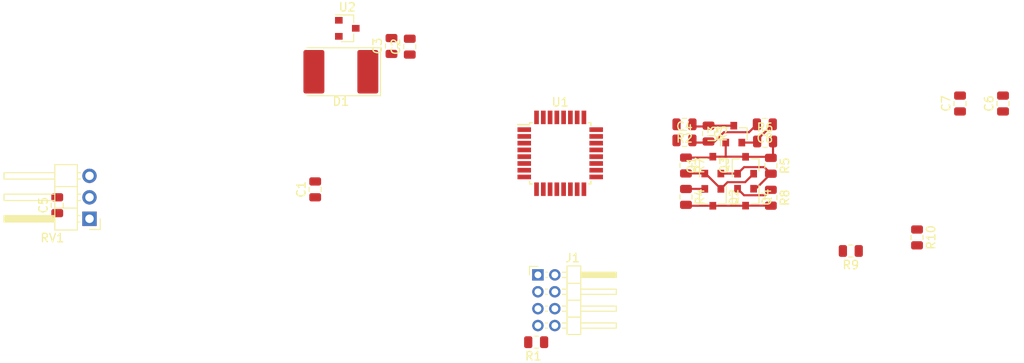
<source format=kicad_pcb>
(kicad_pcb (version 20171130) (host pcbnew 5.1.6+dfsg1-1)

  (general
    (thickness 1.6)
    (drawings 0)
    (tracks 51)
    (zones 0)
    (modules 28)
    (nets 35)
  )

  (page A4)
  (layers
    (0 F.Cu signal)
    (31 B.Cu signal)
    (32 B.Adhes user)
    (33 F.Adhes user)
    (34 B.Paste user)
    (35 F.Paste user)
    (36 B.SilkS user)
    (37 F.SilkS user)
    (38 B.Mask user)
    (39 F.Mask user)
    (40 Dwgs.User user)
    (41 Cmts.User user)
    (42 Eco1.User user)
    (43 Eco2.User user)
    (44 Edge.Cuts user)
    (45 Margin user)
    (46 B.CrtYd user)
    (47 F.CrtYd user)
    (48 B.Fab user)
    (49 F.Fab user)
  )

  (setup
    (last_trace_width 0.25)
    (trace_clearance 0.2)
    (zone_clearance 0.508)
    (zone_45_only no)
    (trace_min 0.2)
    (via_size 0.8)
    (via_drill 0.4)
    (via_min_size 0.4)
    (via_min_drill 0.3)
    (uvia_size 0.3)
    (uvia_drill 0.1)
    (uvias_allowed no)
    (uvia_min_size 0.2)
    (uvia_min_drill 0.1)
    (edge_width 0.05)
    (segment_width 0.2)
    (pcb_text_width 0.3)
    (pcb_text_size 1.5 1.5)
    (mod_edge_width 0.12)
    (mod_text_size 1 1)
    (mod_text_width 0.15)
    (pad_size 1.524 1.524)
    (pad_drill 0.762)
    (pad_to_mask_clearance 0.05)
    (aux_axis_origin 0 0)
    (grid_origin 168.402 94.615)
    (visible_elements FFFFFF7F)
    (pcbplotparams
      (layerselection 0x010fc_ffffffff)
      (usegerberextensions false)
      (usegerberattributes true)
      (usegerberadvancedattributes true)
      (creategerberjobfile true)
      (excludeedgelayer true)
      (linewidth 0.100000)
      (plotframeref false)
      (viasonmask false)
      (mode 1)
      (useauxorigin false)
      (hpglpennumber 1)
      (hpglpenspeed 20)
      (hpglpendiameter 15.000000)
      (psnegative false)
      (psa4output false)
      (plotreference true)
      (plotvalue true)
      (plotinvisibletext false)
      (padsonsilk false)
      (subtractmaskfromsilk false)
      (outputformat 1)
      (mirror false)
      (drillshape 1)
      (scaleselection 1)
      (outputdirectory ""))
  )

  (net 0 "")
  (net 1 "Net-(C1-Pad2)")
  (net 2 GND)
  (net 3 +5V)
  (net 4 /CURSENSE)
  (net 5 "Net-(C6-Pad1)")
  (net 6 "Net-(D1-Pad2)")
  (net 7 /MOSI)
  (net 8 /MISO)
  (net 9 /RESET)
  (net 10 /SCK)
  (net 11 +12V)
  (net 12 /SDA)
  (net 13 "Net-(Q1-Pad3)")
  (net 14 "Net-(Q1-Pad2)")
  (net 15 "Net-(Q1-Pad1)")
  (net 16 /Q1AG)
  (net 17 /Q2AG)
  (net 18 "Net-(R2-Pad1)")
  (net 19 /VOLTSENSE)
  (net 20 /POT)
  (net 21 "Net-(U1-Pad32)")
  (net 22 /TxD)
  (net 23 /RxD)
  (net 24 "Net-(U1-Pad26)")
  (net 25 "Net-(U1-Pad22)")
  (net 26 "Net-(U1-Pad19)")
  (net 27 "Net-(U1-Pad12)")
  (net 28 "Net-(U1-Pad11)")
  (net 29 "Net-(U1-Pad10)")
  (net 30 "Net-(U1-Pad9)")
  (net 31 "Net-(U1-Pad8)")
  (net 32 "Net-(U1-Pad7)")
  (net 33 "Net-(U1-Pad2)")
  (net 34 "Net-(U1-Pad1)")

  (net_class Default "This is the default net class."
    (clearance 0.2)
    (trace_width 0.25)
    (via_dia 0.8)
    (via_drill 0.4)
    (uvia_dia 0.3)
    (uvia_drill 0.1)
    (add_net +12V)
    (add_net +5V)
    (add_net /CURSENSE)
    (add_net /MISO)
    (add_net /MOSI)
    (add_net /POT)
    (add_net /Q1AG)
    (add_net /Q2AG)
    (add_net /RESET)
    (add_net /RxD)
    (add_net /SCK)
    (add_net /SDA)
    (add_net /TxD)
    (add_net /VOLTSENSE)
    (add_net GND)
    (add_net "Net-(C1-Pad2)")
    (add_net "Net-(C6-Pad1)")
    (add_net "Net-(D1-Pad2)")
    (add_net "Net-(Q1-Pad1)")
    (add_net "Net-(Q1-Pad2)")
    (add_net "Net-(Q1-Pad3)")
    (add_net "Net-(R2-Pad1)")
    (add_net "Net-(U1-Pad1)")
    (add_net "Net-(U1-Pad10)")
    (add_net "Net-(U1-Pad11)")
    (add_net "Net-(U1-Pad12)")
    (add_net "Net-(U1-Pad19)")
    (add_net "Net-(U1-Pad2)")
    (add_net "Net-(U1-Pad22)")
    (add_net "Net-(U1-Pad26)")
    (add_net "Net-(U1-Pad32)")
    (add_net "Net-(U1-Pad7)")
    (add_net "Net-(U1-Pad8)")
    (add_net "Net-(U1-Pad9)")
  )

  (module Connector_PinHeader_2.54mm:PinHeader_1x03_P2.54mm_Horizontal (layer F.Cu) (tedit 59FED5CB) (tstamp 60656291)
    (at 91.44 100.33 180)
    (descr "Through hole angled pin header, 1x03, 2.54mm pitch, 6mm pin length, single row")
    (tags "Through hole angled pin header THT 1x03 2.54mm single row")
    (path /606DA16D)
    (fp_text reference RV1 (at 4.385 -2.27) (layer F.SilkS)
      (effects (font (size 1 1) (thickness 0.15)))
    )
    (fp_text value R_POT (at 4.385 7.35) (layer F.Fab)
      (effects (font (size 1 1) (thickness 0.15)))
    )
    (fp_text user %R (at 2.77 2.54 90) (layer F.Fab)
      (effects (font (size 1 1) (thickness 0.15)))
    )
    (fp_line (start 2.135 -1.27) (end 4.04 -1.27) (layer F.Fab) (width 0.1))
    (fp_line (start 4.04 -1.27) (end 4.04 6.35) (layer F.Fab) (width 0.1))
    (fp_line (start 4.04 6.35) (end 1.5 6.35) (layer F.Fab) (width 0.1))
    (fp_line (start 1.5 6.35) (end 1.5 -0.635) (layer F.Fab) (width 0.1))
    (fp_line (start 1.5 -0.635) (end 2.135 -1.27) (layer F.Fab) (width 0.1))
    (fp_line (start -0.32 -0.32) (end 1.5 -0.32) (layer F.Fab) (width 0.1))
    (fp_line (start -0.32 -0.32) (end -0.32 0.32) (layer F.Fab) (width 0.1))
    (fp_line (start -0.32 0.32) (end 1.5 0.32) (layer F.Fab) (width 0.1))
    (fp_line (start 4.04 -0.32) (end 10.04 -0.32) (layer F.Fab) (width 0.1))
    (fp_line (start 10.04 -0.32) (end 10.04 0.32) (layer F.Fab) (width 0.1))
    (fp_line (start 4.04 0.32) (end 10.04 0.32) (layer F.Fab) (width 0.1))
    (fp_line (start -0.32 2.22) (end 1.5 2.22) (layer F.Fab) (width 0.1))
    (fp_line (start -0.32 2.22) (end -0.32 2.86) (layer F.Fab) (width 0.1))
    (fp_line (start -0.32 2.86) (end 1.5 2.86) (layer F.Fab) (width 0.1))
    (fp_line (start 4.04 2.22) (end 10.04 2.22) (layer F.Fab) (width 0.1))
    (fp_line (start 10.04 2.22) (end 10.04 2.86) (layer F.Fab) (width 0.1))
    (fp_line (start 4.04 2.86) (end 10.04 2.86) (layer F.Fab) (width 0.1))
    (fp_line (start -0.32 4.76) (end 1.5 4.76) (layer F.Fab) (width 0.1))
    (fp_line (start -0.32 4.76) (end -0.32 5.4) (layer F.Fab) (width 0.1))
    (fp_line (start -0.32 5.4) (end 1.5 5.4) (layer F.Fab) (width 0.1))
    (fp_line (start 4.04 4.76) (end 10.04 4.76) (layer F.Fab) (width 0.1))
    (fp_line (start 10.04 4.76) (end 10.04 5.4) (layer F.Fab) (width 0.1))
    (fp_line (start 4.04 5.4) (end 10.04 5.4) (layer F.Fab) (width 0.1))
    (fp_line (start 1.44 -1.33) (end 1.44 6.41) (layer F.SilkS) (width 0.12))
    (fp_line (start 1.44 6.41) (end 4.1 6.41) (layer F.SilkS) (width 0.12))
    (fp_line (start 4.1 6.41) (end 4.1 -1.33) (layer F.SilkS) (width 0.12))
    (fp_line (start 4.1 -1.33) (end 1.44 -1.33) (layer F.SilkS) (width 0.12))
    (fp_line (start 4.1 -0.38) (end 10.1 -0.38) (layer F.SilkS) (width 0.12))
    (fp_line (start 10.1 -0.38) (end 10.1 0.38) (layer F.SilkS) (width 0.12))
    (fp_line (start 10.1 0.38) (end 4.1 0.38) (layer F.SilkS) (width 0.12))
    (fp_line (start 4.1 -0.32) (end 10.1 -0.32) (layer F.SilkS) (width 0.12))
    (fp_line (start 4.1 -0.2) (end 10.1 -0.2) (layer F.SilkS) (width 0.12))
    (fp_line (start 4.1 -0.08) (end 10.1 -0.08) (layer F.SilkS) (width 0.12))
    (fp_line (start 4.1 0.04) (end 10.1 0.04) (layer F.SilkS) (width 0.12))
    (fp_line (start 4.1 0.16) (end 10.1 0.16) (layer F.SilkS) (width 0.12))
    (fp_line (start 4.1 0.28) (end 10.1 0.28) (layer F.SilkS) (width 0.12))
    (fp_line (start 1.11 -0.38) (end 1.44 -0.38) (layer F.SilkS) (width 0.12))
    (fp_line (start 1.11 0.38) (end 1.44 0.38) (layer F.SilkS) (width 0.12))
    (fp_line (start 1.44 1.27) (end 4.1 1.27) (layer F.SilkS) (width 0.12))
    (fp_line (start 4.1 2.16) (end 10.1 2.16) (layer F.SilkS) (width 0.12))
    (fp_line (start 10.1 2.16) (end 10.1 2.92) (layer F.SilkS) (width 0.12))
    (fp_line (start 10.1 2.92) (end 4.1 2.92) (layer F.SilkS) (width 0.12))
    (fp_line (start 1.042929 2.16) (end 1.44 2.16) (layer F.SilkS) (width 0.12))
    (fp_line (start 1.042929 2.92) (end 1.44 2.92) (layer F.SilkS) (width 0.12))
    (fp_line (start 1.44 3.81) (end 4.1 3.81) (layer F.SilkS) (width 0.12))
    (fp_line (start 4.1 4.7) (end 10.1 4.7) (layer F.SilkS) (width 0.12))
    (fp_line (start 10.1 4.7) (end 10.1 5.46) (layer F.SilkS) (width 0.12))
    (fp_line (start 10.1 5.46) (end 4.1 5.46) (layer F.SilkS) (width 0.12))
    (fp_line (start 1.042929 4.7) (end 1.44 4.7) (layer F.SilkS) (width 0.12))
    (fp_line (start 1.042929 5.46) (end 1.44 5.46) (layer F.SilkS) (width 0.12))
    (fp_line (start -1.27 0) (end -1.27 -1.27) (layer F.SilkS) (width 0.12))
    (fp_line (start -1.27 -1.27) (end 0 -1.27) (layer F.SilkS) (width 0.12))
    (fp_line (start -1.8 -1.8) (end -1.8 6.85) (layer F.CrtYd) (width 0.05))
    (fp_line (start -1.8 6.85) (end 10.55 6.85) (layer F.CrtYd) (width 0.05))
    (fp_line (start 10.55 6.85) (end 10.55 -1.8) (layer F.CrtYd) (width 0.05))
    (fp_line (start 10.55 -1.8) (end -1.8 -1.8) (layer F.CrtYd) (width 0.05))
    (pad 3 thru_hole oval (at 0 5.08 180) (size 1.7 1.7) (drill 1) (layers *.Cu *.Mask)
      (net 2 GND))
    (pad 2 thru_hole oval (at 0 2.54 180) (size 1.7 1.7) (drill 1) (layers *.Cu *.Mask)
      (net 20 /POT))
    (pad 1 thru_hole rect (at 0 0 180) (size 1.7 1.7) (drill 1) (layers *.Cu *.Mask)
      (net 3 +5V))
    (model ${KISYS3DMOD}/Connector_PinHeader_2.54mm.3dshapes/PinHeader_1x03_P2.54mm_Horizontal.wrl
      (at (xyz 0 0 0))
      (scale (xyz 1 1 1))
      (rotate (xyz 0 0 0))
    )
  )

  (module Package_TO_SOT_SMD:SOT-23 (layer F.Cu) (tedit 5A02FF57) (tstamp 606562F2)
    (at 167.574 90.313 90)
    (descr "SOT-23, Standard")
    (tags SOT-23)
    (path /60696D86)
    (attr smd)
    (fp_text reference U3 (at 0 -2.5 90) (layer F.SilkS)
      (effects (font (size 1 1) (thickness 0.15)))
    )
    (fp_text value ZXCT1009F (at 0 2.5 90) (layer F.Fab)
      (effects (font (size 1 1) (thickness 0.15)))
    )
    (fp_text user %R (at 0 0) (layer F.Fab)
      (effects (font (size 0.5 0.5) (thickness 0.075)))
    )
    (fp_line (start -0.7 -0.95) (end -0.7 1.5) (layer F.Fab) (width 0.1))
    (fp_line (start -0.15 -1.52) (end 0.7 -1.52) (layer F.Fab) (width 0.1))
    (fp_line (start -0.7 -0.95) (end -0.15 -1.52) (layer F.Fab) (width 0.1))
    (fp_line (start 0.7 -1.52) (end 0.7 1.52) (layer F.Fab) (width 0.1))
    (fp_line (start -0.7 1.52) (end 0.7 1.52) (layer F.Fab) (width 0.1))
    (fp_line (start 0.76 1.58) (end 0.76 0.65) (layer F.SilkS) (width 0.12))
    (fp_line (start 0.76 -1.58) (end 0.76 -0.65) (layer F.SilkS) (width 0.12))
    (fp_line (start -1.7 -1.75) (end 1.7 -1.75) (layer F.CrtYd) (width 0.05))
    (fp_line (start 1.7 -1.75) (end 1.7 1.75) (layer F.CrtYd) (width 0.05))
    (fp_line (start 1.7 1.75) (end -1.7 1.75) (layer F.CrtYd) (width 0.05))
    (fp_line (start -1.7 1.75) (end -1.7 -1.75) (layer F.CrtYd) (width 0.05))
    (fp_line (start 0.76 -1.58) (end -1.4 -1.58) (layer F.SilkS) (width 0.12))
    (fp_line (start 0.76 1.58) (end -0.7 1.58) (layer F.SilkS) (width 0.12))
    (pad 3 smd rect (at 1 0 90) (size 0.9 0.8) (layers F.Cu F.Paste F.Mask)
      (net 18 "Net-(R2-Pad1)"))
    (pad 2 smd rect (at -1 0.95 90) (size 0.9 0.8) (layers F.Cu F.Paste F.Mask)
      (net 5 "Net-(C6-Pad1)"))
    (pad 1 smd rect (at -1 -0.95 90) (size 0.9 0.8) (layers F.Cu F.Paste F.Mask)
      (net 13 "Net-(Q1-Pad3)"))
    (model ${KISYS3DMOD}/Package_TO_SOT_SMD.3dshapes/SOT-23.wrl
      (at (xyz 0 0 0))
      (scale (xyz 1 1 1))
      (rotate (xyz 0 0 0))
    )
  )

  (module Package_TO_SOT_SMD:SOT-23 (layer F.Cu) (tedit 5A02FF57) (tstamp 606562DD)
    (at 121.904 77.79)
    (descr "SOT-23, Standard")
    (tags SOT-23)
    (path /6065C9F3)
    (attr smd)
    (fp_text reference U2 (at 0 -2.5) (layer F.SilkS)
      (effects (font (size 1 1) (thickness 0.15)))
    )
    (fp_text value LM3480-5.0 (at 0 2.5) (layer F.Fab)
      (effects (font (size 1 1) (thickness 0.15)))
    )
    (fp_text user %R (at 0 0 90) (layer F.Fab)
      (effects (font (size 0.5 0.5) (thickness 0.075)))
    )
    (fp_line (start -0.7 -0.95) (end -0.7 1.5) (layer F.Fab) (width 0.1))
    (fp_line (start -0.15 -1.52) (end 0.7 -1.52) (layer F.Fab) (width 0.1))
    (fp_line (start -0.7 -0.95) (end -0.15 -1.52) (layer F.Fab) (width 0.1))
    (fp_line (start 0.7 -1.52) (end 0.7 1.52) (layer F.Fab) (width 0.1))
    (fp_line (start -0.7 1.52) (end 0.7 1.52) (layer F.Fab) (width 0.1))
    (fp_line (start 0.76 1.58) (end 0.76 0.65) (layer F.SilkS) (width 0.12))
    (fp_line (start 0.76 -1.58) (end 0.76 -0.65) (layer F.SilkS) (width 0.12))
    (fp_line (start -1.7 -1.75) (end 1.7 -1.75) (layer F.CrtYd) (width 0.05))
    (fp_line (start 1.7 -1.75) (end 1.7 1.75) (layer F.CrtYd) (width 0.05))
    (fp_line (start 1.7 1.75) (end -1.7 1.75) (layer F.CrtYd) (width 0.05))
    (fp_line (start -1.7 1.75) (end -1.7 -1.75) (layer F.CrtYd) (width 0.05))
    (fp_line (start 0.76 -1.58) (end -1.4 -1.58) (layer F.SilkS) (width 0.12))
    (fp_line (start 0.76 1.58) (end -0.7 1.58) (layer F.SilkS) (width 0.12))
    (pad 3 smd rect (at 1 0) (size 0.9 0.8) (layers F.Cu F.Paste F.Mask)
      (net 2 GND))
    (pad 2 smd rect (at -1 0.95) (size 0.9 0.8) (layers F.Cu F.Paste F.Mask)
      (net 11 +12V))
    (pad 1 smd rect (at -1 -0.95) (size 0.9 0.8) (layers F.Cu F.Paste F.Mask)
      (net 6 "Net-(D1-Pad2)"))
    (model ${KISYS3DMOD}/Package_TO_SOT_SMD.3dshapes/SOT-23.wrl
      (at (xyz 0 0 0))
      (scale (xyz 1 1 1))
      (rotate (xyz 0 0 0))
    )
  )

  (module Package_QFP:TQFP-32_7x7mm_P0.8mm (layer F.Cu) (tedit 5A02F146) (tstamp 606562C8)
    (at 147.066 92.583)
    (descr "32-Lead Plastic Thin Quad Flatpack (PT) - 7x7x1.0 mm Body, 2.00 mm [TQFP] (see Microchip Packaging Specification 00000049BS.pdf)")
    (tags "QFP 0.8")
    (path /60650F5C)
    (attr smd)
    (fp_text reference U1 (at 0 -6.05) (layer F.SilkS)
      (effects (font (size 1 1) (thickness 0.15)))
    )
    (fp_text value ATmega328-AU (at 0 6.05) (layer F.Fab)
      (effects (font (size 1 1) (thickness 0.15)))
    )
    (fp_text user %R (at 0 0) (layer F.Fab)
      (effects (font (size 1 1) (thickness 0.15)))
    )
    (fp_line (start -2.5 -3.5) (end 3.5 -3.5) (layer F.Fab) (width 0.15))
    (fp_line (start 3.5 -3.5) (end 3.5 3.5) (layer F.Fab) (width 0.15))
    (fp_line (start 3.5 3.5) (end -3.5 3.5) (layer F.Fab) (width 0.15))
    (fp_line (start -3.5 3.5) (end -3.5 -2.5) (layer F.Fab) (width 0.15))
    (fp_line (start -3.5 -2.5) (end -2.5 -3.5) (layer F.Fab) (width 0.15))
    (fp_line (start -5.3 -5.3) (end -5.3 5.3) (layer F.CrtYd) (width 0.05))
    (fp_line (start 5.3 -5.3) (end 5.3 5.3) (layer F.CrtYd) (width 0.05))
    (fp_line (start -5.3 -5.3) (end 5.3 -5.3) (layer F.CrtYd) (width 0.05))
    (fp_line (start -5.3 5.3) (end 5.3 5.3) (layer F.CrtYd) (width 0.05))
    (fp_line (start -3.625 -3.625) (end -3.625 -3.4) (layer F.SilkS) (width 0.15))
    (fp_line (start 3.625 -3.625) (end 3.625 -3.3) (layer F.SilkS) (width 0.15))
    (fp_line (start 3.625 3.625) (end 3.625 3.3) (layer F.SilkS) (width 0.15))
    (fp_line (start -3.625 3.625) (end -3.625 3.3) (layer F.SilkS) (width 0.15))
    (fp_line (start -3.625 -3.625) (end -3.3 -3.625) (layer F.SilkS) (width 0.15))
    (fp_line (start -3.625 3.625) (end -3.3 3.625) (layer F.SilkS) (width 0.15))
    (fp_line (start 3.625 3.625) (end 3.3 3.625) (layer F.SilkS) (width 0.15))
    (fp_line (start 3.625 -3.625) (end 3.3 -3.625) (layer F.SilkS) (width 0.15))
    (fp_line (start -3.625 -3.4) (end -5.05 -3.4) (layer F.SilkS) (width 0.15))
    (pad 32 smd rect (at -2.8 -4.25 90) (size 1.6 0.55) (layers F.Cu F.Paste F.Mask)
      (net 21 "Net-(U1-Pad32)"))
    (pad 31 smd rect (at -2 -4.25 90) (size 1.6 0.55) (layers F.Cu F.Paste F.Mask)
      (net 22 /TxD))
    (pad 30 smd rect (at -1.2 -4.25 90) (size 1.6 0.55) (layers F.Cu F.Paste F.Mask)
      (net 23 /RxD))
    (pad 29 smd rect (at -0.4 -4.25 90) (size 1.6 0.55) (layers F.Cu F.Paste F.Mask)
      (net 9 /RESET))
    (pad 28 smd rect (at 0.4 -4.25 90) (size 1.6 0.55) (layers F.Cu F.Paste F.Mask)
      (net 10 /SCK))
    (pad 27 smd rect (at 1.2 -4.25 90) (size 1.6 0.55) (layers F.Cu F.Paste F.Mask)
      (net 12 /SDA))
    (pad 26 smd rect (at 2 -4.25 90) (size 1.6 0.55) (layers F.Cu F.Paste F.Mask)
      (net 24 "Net-(U1-Pad26)"))
    (pad 25 smd rect (at 2.8 -4.25 90) (size 1.6 0.55) (layers F.Cu F.Paste F.Mask)
      (net 20 /POT))
    (pad 24 smd rect (at 4.25 -2.8) (size 1.6 0.55) (layers F.Cu F.Paste F.Mask)
      (net 19 /VOLTSENSE))
    (pad 23 smd rect (at 4.25 -2) (size 1.6 0.55) (layers F.Cu F.Paste F.Mask)
      (net 4 /CURSENSE))
    (pad 22 smd rect (at 4.25 -1.2) (size 1.6 0.55) (layers F.Cu F.Paste F.Mask)
      (net 25 "Net-(U1-Pad22)"))
    (pad 21 smd rect (at 4.25 -0.4) (size 1.6 0.55) (layers F.Cu F.Paste F.Mask)
      (net 2 GND))
    (pad 20 smd rect (at 4.25 0.4) (size 1.6 0.55) (layers F.Cu F.Paste F.Mask)
      (net 1 "Net-(C1-Pad2)"))
    (pad 19 smd rect (at 4.25 1.2) (size 1.6 0.55) (layers F.Cu F.Paste F.Mask)
      (net 26 "Net-(U1-Pad19)"))
    (pad 18 smd rect (at 4.25 2) (size 1.6 0.55) (layers F.Cu F.Paste F.Mask)
      (net 3 +5V))
    (pad 17 smd rect (at 4.25 2.8) (size 1.6 0.55) (layers F.Cu F.Paste F.Mask)
      (net 10 /SCK))
    (pad 16 smd rect (at 2.8 4.25 90) (size 1.6 0.55) (layers F.Cu F.Paste F.Mask)
      (net 8 /MISO))
    (pad 15 smd rect (at 2 4.25 90) (size 1.6 0.55) (layers F.Cu F.Paste F.Mask)
      (net 7 /MOSI))
    (pad 14 smd rect (at 1.2 4.25 90) (size 1.6 0.55) (layers F.Cu F.Paste F.Mask)
      (net 17 /Q2AG))
    (pad 13 smd rect (at 0.4 4.25 90) (size 1.6 0.55) (layers F.Cu F.Paste F.Mask)
      (net 16 /Q1AG))
    (pad 12 smd rect (at -0.4 4.25 90) (size 1.6 0.55) (layers F.Cu F.Paste F.Mask)
      (net 27 "Net-(U1-Pad12)"))
    (pad 11 smd rect (at -1.2 4.25 90) (size 1.6 0.55) (layers F.Cu F.Paste F.Mask)
      (net 28 "Net-(U1-Pad11)"))
    (pad 10 smd rect (at -2 4.25 90) (size 1.6 0.55) (layers F.Cu F.Paste F.Mask)
      (net 29 "Net-(U1-Pad10)"))
    (pad 9 smd rect (at -2.8 4.25 90) (size 1.6 0.55) (layers F.Cu F.Paste F.Mask)
      (net 30 "Net-(U1-Pad9)"))
    (pad 8 smd rect (at -4.25 2.8) (size 1.6 0.55) (layers F.Cu F.Paste F.Mask)
      (net 31 "Net-(U1-Pad8)"))
    (pad 7 smd rect (at -4.25 2) (size 1.6 0.55) (layers F.Cu F.Paste F.Mask)
      (net 32 "Net-(U1-Pad7)"))
    (pad 6 smd rect (at -4.25 1.2) (size 1.6 0.55) (layers F.Cu F.Paste F.Mask)
      (net 3 +5V))
    (pad 5 smd rect (at -4.25 0.4) (size 1.6 0.55) (layers F.Cu F.Paste F.Mask)
      (net 2 GND))
    (pad 4 smd rect (at -4.25 -0.4) (size 1.6 0.55) (layers F.Cu F.Paste F.Mask)
      (net 3 +5V))
    (pad 3 smd rect (at -4.25 -1.2) (size 1.6 0.55) (layers F.Cu F.Paste F.Mask)
      (net 2 GND))
    (pad 2 smd rect (at -4.25 -2) (size 1.6 0.55) (layers F.Cu F.Paste F.Mask)
      (net 33 "Net-(U1-Pad2)"))
    (pad 1 smd rect (at -4.25 -2.8) (size 1.6 0.55) (layers F.Cu F.Paste F.Mask)
      (net 34 "Net-(U1-Pad1)"))
    (model ${KISYS3DMOD}/Package_QFP.3dshapes/TQFP-32_7x7mm_P0.8mm.wrl
      (at (xyz 0 0 0))
      (scale (xyz 1 1 1))
      (rotate (xyz 0 0 0))
    )
  )

  (module Resistor_SMD:R_0805_2012Metric (layer F.Cu) (tedit 5B36C52B) (tstamp 6065627B)
    (at 189.23 102.5375 270)
    (descr "Resistor SMD 0805 (2012 Metric), square (rectangular) end terminal, IPC_7351 nominal, (Body size source: https://docs.google.com/spreadsheets/d/1BsfQQcO9C6DZCsRaXUlFlo91Tg2WpOkGARC1WS5S8t0/edit?usp=sharing), generated with kicad-footprint-generator")
    (tags resistor)
    (path /606F168F)
    (attr smd)
    (fp_text reference R10 (at 0 -1.65 90) (layer F.SilkS)
      (effects (font (size 1 1) (thickness 0.15)))
    )
    (fp_text value R (at 0 1.65 90) (layer F.Fab)
      (effects (font (size 1 1) (thickness 0.15)))
    )
    (fp_text user %R (at 0 0 90) (layer F.Fab)
      (effects (font (size 0.5 0.5) (thickness 0.08)))
    )
    (fp_line (start -1 0.6) (end -1 -0.6) (layer F.Fab) (width 0.1))
    (fp_line (start -1 -0.6) (end 1 -0.6) (layer F.Fab) (width 0.1))
    (fp_line (start 1 -0.6) (end 1 0.6) (layer F.Fab) (width 0.1))
    (fp_line (start 1 0.6) (end -1 0.6) (layer F.Fab) (width 0.1))
    (fp_line (start -0.258578 -0.71) (end 0.258578 -0.71) (layer F.SilkS) (width 0.12))
    (fp_line (start -0.258578 0.71) (end 0.258578 0.71) (layer F.SilkS) (width 0.12))
    (fp_line (start -1.68 0.95) (end -1.68 -0.95) (layer F.CrtYd) (width 0.05))
    (fp_line (start -1.68 -0.95) (end 1.68 -0.95) (layer F.CrtYd) (width 0.05))
    (fp_line (start 1.68 -0.95) (end 1.68 0.95) (layer F.CrtYd) (width 0.05))
    (fp_line (start 1.68 0.95) (end -1.68 0.95) (layer F.CrtYd) (width 0.05))
    (pad 2 smd roundrect (at 0.9375 0 270) (size 0.975 1.4) (layers F.Cu F.Paste F.Mask) (roundrect_rratio 0.25)
      (net 2 GND))
    (pad 1 smd roundrect (at -0.9375 0 270) (size 0.975 1.4) (layers F.Cu F.Paste F.Mask) (roundrect_rratio 0.25)
      (net 19 /VOLTSENSE))
    (model ${KISYS3DMOD}/Resistor_SMD.3dshapes/R_0805_2012Metric.wrl
      (at (xyz 0 0 0))
      (scale (xyz 1 1 1))
      (rotate (xyz 0 0 0))
    )
  )

  (module Resistor_SMD:R_0805_2012Metric (layer F.Cu) (tedit 5B36C52B) (tstamp 6065626A)
    (at 181.4045 104.14 180)
    (descr "Resistor SMD 0805 (2012 Metric), square (rectangular) end terminal, IPC_7351 nominal, (Body size source: https://docs.google.com/spreadsheets/d/1BsfQQcO9C6DZCsRaXUlFlo91Tg2WpOkGARC1WS5S8t0/edit?usp=sharing), generated with kicad-footprint-generator")
    (tags resistor)
    (path /606F1062)
    (attr smd)
    (fp_text reference R9 (at 0 -1.65) (layer F.SilkS)
      (effects (font (size 1 1) (thickness 0.15)))
    )
    (fp_text value R (at 0 1.65) (layer F.Fab)
      (effects (font (size 1 1) (thickness 0.15)))
    )
    (fp_text user %R (at 0 0) (layer F.Fab)
      (effects (font (size 0.5 0.5) (thickness 0.08)))
    )
    (fp_line (start -1 0.6) (end -1 -0.6) (layer F.Fab) (width 0.1))
    (fp_line (start -1 -0.6) (end 1 -0.6) (layer F.Fab) (width 0.1))
    (fp_line (start 1 -0.6) (end 1 0.6) (layer F.Fab) (width 0.1))
    (fp_line (start 1 0.6) (end -1 0.6) (layer F.Fab) (width 0.1))
    (fp_line (start -0.258578 -0.71) (end 0.258578 -0.71) (layer F.SilkS) (width 0.12))
    (fp_line (start -0.258578 0.71) (end 0.258578 0.71) (layer F.SilkS) (width 0.12))
    (fp_line (start -1.68 0.95) (end -1.68 -0.95) (layer F.CrtYd) (width 0.05))
    (fp_line (start -1.68 -0.95) (end 1.68 -0.95) (layer F.CrtYd) (width 0.05))
    (fp_line (start 1.68 -0.95) (end 1.68 0.95) (layer F.CrtYd) (width 0.05))
    (fp_line (start 1.68 0.95) (end -1.68 0.95) (layer F.CrtYd) (width 0.05))
    (pad 2 smd roundrect (at 0.9375 0 180) (size 0.975 1.4) (layers F.Cu F.Paste F.Mask) (roundrect_rratio 0.25)
      (net 19 /VOLTSENSE))
    (pad 1 smd roundrect (at -0.9375 0 180) (size 0.975 1.4) (layers F.Cu F.Paste F.Mask) (roundrect_rratio 0.25)
      (net 11 +12V))
    (model ${KISYS3DMOD}/Resistor_SMD.3dshapes/R_0805_2012Metric.wrl
      (at (xyz 0 0 0))
      (scale (xyz 1 1 1))
      (rotate (xyz 0 0 0))
    )
  )

  (module Resistor_SMD:R_0805_2012Metric (layer F.Cu) (tedit 5B36C52B) (tstamp 60656259)
    (at 171.958 97.8385 270)
    (descr "Resistor SMD 0805 (2012 Metric), square (rectangular) end terminal, IPC_7351 nominal, (Body size source: https://docs.google.com/spreadsheets/d/1BsfQQcO9C6DZCsRaXUlFlo91Tg2WpOkGARC1WS5S8t0/edit?usp=sharing), generated with kicad-footprint-generator")
    (tags resistor)
    (path /606B7952)
    (attr smd)
    (fp_text reference R8 (at 0 -1.65 90) (layer F.SilkS)
      (effects (font (size 1 1) (thickness 0.15)))
    )
    (fp_text value R (at 0 1.65 90) (layer F.Fab)
      (effects (font (size 1 1) (thickness 0.15)))
    )
    (fp_text user %R (at 0 0 90) (layer F.Fab)
      (effects (font (size 0.5 0.5) (thickness 0.08)))
    )
    (fp_line (start -1 0.6) (end -1 -0.6) (layer F.Fab) (width 0.1))
    (fp_line (start -1 -0.6) (end 1 -0.6) (layer F.Fab) (width 0.1))
    (fp_line (start 1 -0.6) (end 1 0.6) (layer F.Fab) (width 0.1))
    (fp_line (start 1 0.6) (end -1 0.6) (layer F.Fab) (width 0.1))
    (fp_line (start -0.258578 -0.71) (end 0.258578 -0.71) (layer F.SilkS) (width 0.12))
    (fp_line (start -0.258578 0.71) (end 0.258578 0.71) (layer F.SilkS) (width 0.12))
    (fp_line (start -1.68 0.95) (end -1.68 -0.95) (layer F.CrtYd) (width 0.05))
    (fp_line (start -1.68 -0.95) (end 1.68 -0.95) (layer F.CrtYd) (width 0.05))
    (fp_line (start 1.68 -0.95) (end 1.68 0.95) (layer F.CrtYd) (width 0.05))
    (fp_line (start 1.68 0.95) (end -1.68 0.95) (layer F.CrtYd) (width 0.05))
    (pad 2 smd roundrect (at 0.9375 0 270) (size 0.975 1.4) (layers F.Cu F.Paste F.Mask) (roundrect_rratio 0.25)
      (net 2 GND))
    (pad 1 smd roundrect (at -0.9375 0 270) (size 0.975 1.4) (layers F.Cu F.Paste F.Mask) (roundrect_rratio 0.25)
      (net 17 /Q2AG))
    (model ${KISYS3DMOD}/Resistor_SMD.3dshapes/R_0805_2012Metric.wrl
      (at (xyz 0 0 0))
      (scale (xyz 1 1 1))
      (rotate (xyz 0 0 0))
    )
  )

  (module Resistor_SMD:R_0805_2012Metric (layer F.Cu) (tedit 5B36C52B) (tstamp 60656248)
    (at 161.925 94.0285 270)
    (descr "Resistor SMD 0805 (2012 Metric), square (rectangular) end terminal, IPC_7351 nominal, (Body size source: https://docs.google.com/spreadsheets/d/1BsfQQcO9C6DZCsRaXUlFlo91Tg2WpOkGARC1WS5S8t0/edit?usp=sharing), generated with kicad-footprint-generator")
    (tags resistor)
    (path /6068403A)
    (attr smd)
    (fp_text reference R7 (at 0 -1.65 90) (layer F.SilkS)
      (effects (font (size 1 1) (thickness 0.15)))
    )
    (fp_text value R (at 0 1.65 90) (layer F.Fab)
      (effects (font (size 1 1) (thickness 0.15)))
    )
    (fp_text user %R (at 0 0 90) (layer F.Fab)
      (effects (font (size 0.5 0.5) (thickness 0.08)))
    )
    (fp_line (start -1 0.6) (end -1 -0.6) (layer F.Fab) (width 0.1))
    (fp_line (start -1 -0.6) (end 1 -0.6) (layer F.Fab) (width 0.1))
    (fp_line (start 1 -0.6) (end 1 0.6) (layer F.Fab) (width 0.1))
    (fp_line (start 1 0.6) (end -1 0.6) (layer F.Fab) (width 0.1))
    (fp_line (start -0.258578 -0.71) (end 0.258578 -0.71) (layer F.SilkS) (width 0.12))
    (fp_line (start -0.258578 0.71) (end 0.258578 0.71) (layer F.SilkS) (width 0.12))
    (fp_line (start -1.68 0.95) (end -1.68 -0.95) (layer F.CrtYd) (width 0.05))
    (fp_line (start -1.68 -0.95) (end 1.68 -0.95) (layer F.CrtYd) (width 0.05))
    (fp_line (start 1.68 -0.95) (end 1.68 0.95) (layer F.CrtYd) (width 0.05))
    (fp_line (start 1.68 0.95) (end -1.68 0.95) (layer F.CrtYd) (width 0.05))
    (pad 2 smd roundrect (at 0.9375 0 270) (size 0.975 1.4) (layers F.Cu F.Paste F.Mask) (roundrect_rratio 0.25)
      (net 15 "Net-(Q1-Pad1)"))
    (pad 1 smd roundrect (at -0.9375 0 270) (size 0.975 1.4) (layers F.Cu F.Paste F.Mask) (roundrect_rratio 0.25)
      (net 13 "Net-(Q1-Pad3)"))
    (model ${KISYS3DMOD}/Resistor_SMD.3dshapes/R_0805_2012Metric.wrl
      (at (xyz 0 0 0))
      (scale (xyz 1 1 1))
      (rotate (xyz 0 0 0))
    )
  )

  (module Resistor_SMD:R_0805_2012Metric (layer F.Cu) (tedit 5B36C52B) (tstamp 60656237)
    (at 171.2745 91.186)
    (descr "Resistor SMD 0805 (2012 Metric), square (rectangular) end terminal, IPC_7351 nominal, (Body size source: https://docs.google.com/spreadsheets/d/1BsfQQcO9C6DZCsRaXUlFlo91Tg2WpOkGARC1WS5S8t0/edit?usp=sharing), generated with kicad-footprint-generator")
    (tags resistor)
    (path /606960F8)
    (attr smd)
    (fp_text reference R6 (at 0 -1.65) (layer F.SilkS)
      (effects (font (size 1 1) (thickness 0.15)))
    )
    (fp_text value R (at 0 1.65) (layer F.Fab)
      (effects (font (size 1 1) (thickness 0.15)))
    )
    (fp_text user %R (at 0 0) (layer F.Fab)
      (effects (font (size 0.5 0.5) (thickness 0.08)))
    )
    (fp_line (start -1 0.6) (end -1 -0.6) (layer F.Fab) (width 0.1))
    (fp_line (start -1 -0.6) (end 1 -0.6) (layer F.Fab) (width 0.1))
    (fp_line (start 1 -0.6) (end 1 0.6) (layer F.Fab) (width 0.1))
    (fp_line (start 1 0.6) (end -1 0.6) (layer F.Fab) (width 0.1))
    (fp_line (start -0.258578 -0.71) (end 0.258578 -0.71) (layer F.SilkS) (width 0.12))
    (fp_line (start -0.258578 0.71) (end 0.258578 0.71) (layer F.SilkS) (width 0.12))
    (fp_line (start -1.68 0.95) (end -1.68 -0.95) (layer F.CrtYd) (width 0.05))
    (fp_line (start -1.68 -0.95) (end 1.68 -0.95) (layer F.CrtYd) (width 0.05))
    (fp_line (start 1.68 -0.95) (end 1.68 0.95) (layer F.CrtYd) (width 0.05))
    (fp_line (start 1.68 0.95) (end -1.68 0.95) (layer F.CrtYd) (width 0.05))
    (pad 2 smd roundrect (at 0.9375 0) (size 0.975 1.4) (layers F.Cu F.Paste F.Mask) (roundrect_rratio 0.25)
      (net 13 "Net-(Q1-Pad3)"))
    (pad 1 smd roundrect (at -0.9375 0) (size 0.975 1.4) (layers F.Cu F.Paste F.Mask) (roundrect_rratio 0.25)
      (net 5 "Net-(C6-Pad1)"))
    (model ${KISYS3DMOD}/Resistor_SMD.3dshapes/R_0805_2012Metric.wrl
      (at (xyz 0 0 0))
      (scale (xyz 1 1 1))
      (rotate (xyz 0 0 0))
    )
  )

  (module Resistor_SMD:R_0805_2012Metric (layer F.Cu) (tedit 5B36C52B) (tstamp 60656226)
    (at 171.958 94.0585 270)
    (descr "Resistor SMD 0805 (2012 Metric), square (rectangular) end terminal, IPC_7351 nominal, (Body size source: https://docs.google.com/spreadsheets/d/1BsfQQcO9C6DZCsRaXUlFlo91Tg2WpOkGARC1WS5S8t0/edit?usp=sharing), generated with kicad-footprint-generator")
    (tags resistor)
    (path /606847BA)
    (attr smd)
    (fp_text reference R5 (at 0 -1.65 90) (layer F.SilkS)
      (effects (font (size 1 1) (thickness 0.15)))
    )
    (fp_text value R (at 0 1.65 90) (layer F.Fab)
      (effects (font (size 1 1) (thickness 0.15)))
    )
    (fp_text user %R (at 0 0 90) (layer F.Fab)
      (effects (font (size 0.5 0.5) (thickness 0.08)))
    )
    (fp_line (start -1 0.6) (end -1 -0.6) (layer F.Fab) (width 0.1))
    (fp_line (start -1 -0.6) (end 1 -0.6) (layer F.Fab) (width 0.1))
    (fp_line (start 1 -0.6) (end 1 0.6) (layer F.Fab) (width 0.1))
    (fp_line (start 1 0.6) (end -1 0.6) (layer F.Fab) (width 0.1))
    (fp_line (start -0.258578 -0.71) (end 0.258578 -0.71) (layer F.SilkS) (width 0.12))
    (fp_line (start -0.258578 0.71) (end 0.258578 0.71) (layer F.SilkS) (width 0.12))
    (fp_line (start -1.68 0.95) (end -1.68 -0.95) (layer F.CrtYd) (width 0.05))
    (fp_line (start -1.68 -0.95) (end 1.68 -0.95) (layer F.CrtYd) (width 0.05))
    (fp_line (start 1.68 -0.95) (end 1.68 0.95) (layer F.CrtYd) (width 0.05))
    (fp_line (start 1.68 0.95) (end -1.68 0.95) (layer F.CrtYd) (width 0.05))
    (pad 2 smd roundrect (at 0.9375 0 270) (size 0.975 1.4) (layers F.Cu F.Paste F.Mask) (roundrect_rratio 0.25)
      (net 14 "Net-(Q1-Pad2)"))
    (pad 1 smd roundrect (at -0.9375 0 270) (size 0.975 1.4) (layers F.Cu F.Paste F.Mask) (roundrect_rratio 0.25)
      (net 13 "Net-(Q1-Pad3)"))
    (model ${KISYS3DMOD}/Resistor_SMD.3dshapes/R_0805_2012Metric.wrl
      (at (xyz 0 0 0))
      (scale (xyz 1 1 1))
      (rotate (xyz 0 0 0))
    )
  )

  (module Resistor_SMD:R_0805_2012Metric (layer F.Cu) (tedit 5B36C52B) (tstamp 60656215)
    (at 161.925 97.7415 270)
    (descr "Resistor SMD 0805 (2012 Metric), square (rectangular) end terminal, IPC_7351 nominal, (Body size source: https://docs.google.com/spreadsheets/d/1BsfQQcO9C6DZCsRaXUlFlo91Tg2WpOkGARC1WS5S8t0/edit?usp=sharing), generated with kicad-footprint-generator")
    (tags resistor)
    (path /606BFEA5)
    (attr smd)
    (fp_text reference R4 (at 0 -1.65 90) (layer F.SilkS)
      (effects (font (size 1 1) (thickness 0.15)))
    )
    (fp_text value R (at 0 1.65 90) (layer F.Fab)
      (effects (font (size 1 1) (thickness 0.15)))
    )
    (fp_text user %R (at 0 0 90) (layer F.Fab)
      (effects (font (size 0.5 0.5) (thickness 0.08)))
    )
    (fp_line (start -1 0.6) (end -1 -0.6) (layer F.Fab) (width 0.1))
    (fp_line (start -1 -0.6) (end 1 -0.6) (layer F.Fab) (width 0.1))
    (fp_line (start 1 -0.6) (end 1 0.6) (layer F.Fab) (width 0.1))
    (fp_line (start 1 0.6) (end -1 0.6) (layer F.Fab) (width 0.1))
    (fp_line (start -0.258578 -0.71) (end 0.258578 -0.71) (layer F.SilkS) (width 0.12))
    (fp_line (start -0.258578 0.71) (end 0.258578 0.71) (layer F.SilkS) (width 0.12))
    (fp_line (start -1.68 0.95) (end -1.68 -0.95) (layer F.CrtYd) (width 0.05))
    (fp_line (start -1.68 -0.95) (end 1.68 -0.95) (layer F.CrtYd) (width 0.05))
    (fp_line (start 1.68 -0.95) (end 1.68 0.95) (layer F.CrtYd) (width 0.05))
    (fp_line (start 1.68 0.95) (end -1.68 0.95) (layer F.CrtYd) (width 0.05))
    (pad 2 smd roundrect (at 0.9375 0 270) (size 0.975 1.4) (layers F.Cu F.Paste F.Mask) (roundrect_rratio 0.25)
      (net 2 GND))
    (pad 1 smd roundrect (at -0.9375 0 270) (size 0.975 1.4) (layers F.Cu F.Paste F.Mask) (roundrect_rratio 0.25)
      (net 16 /Q1AG))
    (model ${KISYS3DMOD}/Resistor_SMD.3dshapes/R_0805_2012Metric.wrl
      (at (xyz 0 0 0))
      (scale (xyz 1 1 1))
      (rotate (xyz 0 0 0))
    )
  )

  (module Resistor_SMD:R_0805_2012Metric (layer F.Cu) (tedit 5B36C52B) (tstamp 60656204)
    (at 164.592 90.2485 270)
    (descr "Resistor SMD 0805 (2012 Metric), square (rectangular) end terminal, IPC_7351 nominal, (Body size source: https://docs.google.com/spreadsheets/d/1BsfQQcO9C6DZCsRaXUlFlo91Tg2WpOkGARC1WS5S8t0/edit?usp=sharing), generated with kicad-footprint-generator")
    (tags resistor)
    (path /6069FBC7)
    (attr smd)
    (fp_text reference R3 (at 0 -1.65 90) (layer F.SilkS)
      (effects (font (size 1 1) (thickness 0.15)))
    )
    (fp_text value R (at 0 1.65 90) (layer F.Fab)
      (effects (font (size 1 1) (thickness 0.15)))
    )
    (fp_text user %R (at 0 0 90) (layer F.Fab)
      (effects (font (size 0.5 0.5) (thickness 0.08)))
    )
    (fp_line (start -1 0.6) (end -1 -0.6) (layer F.Fab) (width 0.1))
    (fp_line (start -1 -0.6) (end 1 -0.6) (layer F.Fab) (width 0.1))
    (fp_line (start 1 -0.6) (end 1 0.6) (layer F.Fab) (width 0.1))
    (fp_line (start 1 0.6) (end -1 0.6) (layer F.Fab) (width 0.1))
    (fp_line (start -0.258578 -0.71) (end 0.258578 -0.71) (layer F.SilkS) (width 0.12))
    (fp_line (start -0.258578 0.71) (end 0.258578 0.71) (layer F.SilkS) (width 0.12))
    (fp_line (start -1.68 0.95) (end -1.68 -0.95) (layer F.CrtYd) (width 0.05))
    (fp_line (start -1.68 -0.95) (end 1.68 -0.95) (layer F.CrtYd) (width 0.05))
    (fp_line (start 1.68 -0.95) (end 1.68 0.95) (layer F.CrtYd) (width 0.05))
    (fp_line (start 1.68 0.95) (end -1.68 0.95) (layer F.CrtYd) (width 0.05))
    (pad 2 smd roundrect (at 0.9375 0 270) (size 0.975 1.4) (layers F.Cu F.Paste F.Mask) (roundrect_rratio 0.25)
      (net 2 GND))
    (pad 1 smd roundrect (at -0.9375 0 270) (size 0.975 1.4) (layers F.Cu F.Paste F.Mask) (roundrect_rratio 0.25)
      (net 18 "Net-(R2-Pad1)"))
    (model ${KISYS3DMOD}/Resistor_SMD.3dshapes/R_0805_2012Metric.wrl
      (at (xyz 0 0 0))
      (scale (xyz 1 1 1))
      (rotate (xyz 0 0 0))
    )
  )

  (module Resistor_SMD:R_0805_2012Metric (layer F.Cu) (tedit 5B36C52B) (tstamp 606561F3)
    (at 161.7495 89.154 180)
    (descr "Resistor SMD 0805 (2012 Metric), square (rectangular) end terminal, IPC_7351 nominal, (Body size source: https://docs.google.com/spreadsheets/d/1BsfQQcO9C6DZCsRaXUlFlo91Tg2WpOkGARC1WS5S8t0/edit?usp=sharing), generated with kicad-footprint-generator")
    (tags resistor)
    (path /606A35D0)
    (attr smd)
    (fp_text reference R2 (at 0 -1.65) (layer F.SilkS)
      (effects (font (size 1 1) (thickness 0.15)))
    )
    (fp_text value R (at 0 1.65) (layer F.Fab)
      (effects (font (size 1 1) (thickness 0.15)))
    )
    (fp_text user %R (at 0 0) (layer F.Fab)
      (effects (font (size 0.5 0.5) (thickness 0.08)))
    )
    (fp_line (start -1 0.6) (end -1 -0.6) (layer F.Fab) (width 0.1))
    (fp_line (start -1 -0.6) (end 1 -0.6) (layer F.Fab) (width 0.1))
    (fp_line (start 1 -0.6) (end 1 0.6) (layer F.Fab) (width 0.1))
    (fp_line (start 1 0.6) (end -1 0.6) (layer F.Fab) (width 0.1))
    (fp_line (start -0.258578 -0.71) (end 0.258578 -0.71) (layer F.SilkS) (width 0.12))
    (fp_line (start -0.258578 0.71) (end 0.258578 0.71) (layer F.SilkS) (width 0.12))
    (fp_line (start -1.68 0.95) (end -1.68 -0.95) (layer F.CrtYd) (width 0.05))
    (fp_line (start -1.68 -0.95) (end 1.68 -0.95) (layer F.CrtYd) (width 0.05))
    (fp_line (start 1.68 -0.95) (end 1.68 0.95) (layer F.CrtYd) (width 0.05))
    (fp_line (start 1.68 0.95) (end -1.68 0.95) (layer F.CrtYd) (width 0.05))
    (pad 2 smd roundrect (at 0.9375 0 180) (size 0.975 1.4) (layers F.Cu F.Paste F.Mask) (roundrect_rratio 0.25)
      (net 4 /CURSENSE))
    (pad 1 smd roundrect (at -0.9375 0 180) (size 0.975 1.4) (layers F.Cu F.Paste F.Mask) (roundrect_rratio 0.25)
      (net 18 "Net-(R2-Pad1)"))
    (model ${KISYS3DMOD}/Resistor_SMD.3dshapes/R_0805_2012Metric.wrl
      (at (xyz 0 0 0))
      (scale (xyz 1 1 1))
      (rotate (xyz 0 0 0))
    )
  )

  (module Resistor_SMD:R_0805_2012Metric (layer F.Cu) (tedit 5B36C52B) (tstamp 606561E2)
    (at 144.2235 114.935 180)
    (descr "Resistor SMD 0805 (2012 Metric), square (rectangular) end terminal, IPC_7351 nominal, (Body size source: https://docs.google.com/spreadsheets/d/1BsfQQcO9C6DZCsRaXUlFlo91Tg2WpOkGARC1WS5S8t0/edit?usp=sharing), generated with kicad-footprint-generator")
    (tags resistor)
    (path /607CD23B)
    (attr smd)
    (fp_text reference R1 (at 0.3325 -1.65) (layer F.SilkS)
      (effects (font (size 1 1) (thickness 0.15)))
    )
    (fp_text value R (at 0 1.65) (layer F.Fab)
      (effects (font (size 1 1) (thickness 0.15)))
    )
    (fp_text user %R (at 0 0) (layer F.Fab)
      (effects (font (size 0.5 0.5) (thickness 0.08)))
    )
    (fp_line (start -1 0.6) (end -1 -0.6) (layer F.Fab) (width 0.1))
    (fp_line (start -1 -0.6) (end 1 -0.6) (layer F.Fab) (width 0.1))
    (fp_line (start 1 -0.6) (end 1 0.6) (layer F.Fab) (width 0.1))
    (fp_line (start 1 0.6) (end -1 0.6) (layer F.Fab) (width 0.1))
    (fp_line (start -0.258578 -0.71) (end 0.258578 -0.71) (layer F.SilkS) (width 0.12))
    (fp_line (start -0.258578 0.71) (end 0.258578 0.71) (layer F.SilkS) (width 0.12))
    (fp_line (start -1.68 0.95) (end -1.68 -0.95) (layer F.CrtYd) (width 0.05))
    (fp_line (start -1.68 -0.95) (end 1.68 -0.95) (layer F.CrtYd) (width 0.05))
    (fp_line (start 1.68 -0.95) (end 1.68 0.95) (layer F.CrtYd) (width 0.05))
    (fp_line (start 1.68 0.95) (end -1.68 0.95) (layer F.CrtYd) (width 0.05))
    (pad 2 smd roundrect (at 0.9375 0 180) (size 0.975 1.4) (layers F.Cu F.Paste F.Mask) (roundrect_rratio 0.25)
      (net 3 +5V))
    (pad 1 smd roundrect (at -0.9375 0 180) (size 0.975 1.4) (layers F.Cu F.Paste F.Mask) (roundrect_rratio 0.25)
      (net 9 /RESET))
    (model ${KISYS3DMOD}/Resistor_SMD.3dshapes/R_0805_2012Metric.wrl
      (at (xyz 0 0 0))
      (scale (xyz 1 1 1))
      (rotate (xyz 0 0 0))
    )
  )

  (module Package_TO_SOT_SMD:SOT-23 (layer F.Cu) (tedit 5A02FF57) (tstamp 606561D1)
    (at 168.971 97.774 270)
    (descr "SOT-23, Standard")
    (tags SOT-23)
    (path /6067379A)
    (attr smd)
    (fp_text reference Q4 (at 0 -2.5 90) (layer F.SilkS)
      (effects (font (size 1 1) (thickness 0.15)))
    )
    (fp_text value Il? (at 0 2.5 90) (layer F.Fab)
      (effects (font (size 1 1) (thickness 0.15)))
    )
    (fp_text user %R (at 0 0) (layer F.Fab)
      (effects (font (size 0.5 0.5) (thickness 0.075)))
    )
    (fp_line (start -0.7 -0.95) (end -0.7 1.5) (layer F.Fab) (width 0.1))
    (fp_line (start -0.15 -1.52) (end 0.7 -1.52) (layer F.Fab) (width 0.1))
    (fp_line (start -0.7 -0.95) (end -0.15 -1.52) (layer F.Fab) (width 0.1))
    (fp_line (start 0.7 -1.52) (end 0.7 1.52) (layer F.Fab) (width 0.1))
    (fp_line (start -0.7 1.52) (end 0.7 1.52) (layer F.Fab) (width 0.1))
    (fp_line (start 0.76 1.58) (end 0.76 0.65) (layer F.SilkS) (width 0.12))
    (fp_line (start 0.76 -1.58) (end 0.76 -0.65) (layer F.SilkS) (width 0.12))
    (fp_line (start -1.7 -1.75) (end 1.7 -1.75) (layer F.CrtYd) (width 0.05))
    (fp_line (start 1.7 -1.75) (end 1.7 1.75) (layer F.CrtYd) (width 0.05))
    (fp_line (start 1.7 1.75) (end -1.7 1.75) (layer F.CrtYd) (width 0.05))
    (fp_line (start -1.7 1.75) (end -1.7 -1.75) (layer F.CrtYd) (width 0.05))
    (fp_line (start 0.76 -1.58) (end -1.4 -1.58) (layer F.SilkS) (width 0.12))
    (fp_line (start 0.76 1.58) (end -0.7 1.58) (layer F.SilkS) (width 0.12))
    (pad 3 smd rect (at 1 0 270) (size 0.9 0.8) (layers F.Cu F.Paste F.Mask)
      (net 2 GND))
    (pad 2 smd rect (at -1 0.95 270) (size 0.9 0.8) (layers F.Cu F.Paste F.Mask)
      (net 17 /Q2AG))
    (pad 1 smd rect (at -1 -0.95 270) (size 0.9 0.8) (layers F.Cu F.Paste F.Mask)
      (net 14 "Net-(Q1-Pad2)"))
    (model ${KISYS3DMOD}/Package_TO_SOT_SMD.3dshapes/SOT-23.wrl
      (at (xyz 0 0 0))
      (scale (xyz 1 1 1))
      (rotate (xyz 0 0 0))
    )
  )

  (module Package_TO_SOT_SMD:SOT-23 (layer F.Cu) (tedit 5A02FF57) (tstamp 606561BC)
    (at 168.971 93.996 90)
    (descr "SOT-23, Standard")
    (tags SOT-23)
    (path /6067DF2B)
    (attr smd)
    (fp_text reference Q3 (at 0 -2.5 90) (layer F.SilkS)
      (effects (font (size 1 1) (thickness 0.15)))
    )
    (fp_text value Il? (at 0 2.5 90) (layer F.Fab)
      (effects (font (size 1 1) (thickness 0.15)))
    )
    (fp_text user %R (at 0 0) (layer F.Fab)
      (effects (font (size 0.5 0.5) (thickness 0.075)))
    )
    (fp_line (start -0.7 -0.95) (end -0.7 1.5) (layer F.Fab) (width 0.1))
    (fp_line (start -0.15 -1.52) (end 0.7 -1.52) (layer F.Fab) (width 0.1))
    (fp_line (start -0.7 -0.95) (end -0.15 -1.52) (layer F.Fab) (width 0.1))
    (fp_line (start 0.7 -1.52) (end 0.7 1.52) (layer F.Fab) (width 0.1))
    (fp_line (start -0.7 1.52) (end 0.7 1.52) (layer F.Fab) (width 0.1))
    (fp_line (start 0.76 1.58) (end 0.76 0.65) (layer F.SilkS) (width 0.12))
    (fp_line (start 0.76 -1.58) (end 0.76 -0.65) (layer F.SilkS) (width 0.12))
    (fp_line (start -1.7 -1.75) (end 1.7 -1.75) (layer F.CrtYd) (width 0.05))
    (fp_line (start 1.7 -1.75) (end 1.7 1.75) (layer F.CrtYd) (width 0.05))
    (fp_line (start 1.7 1.75) (end -1.7 1.75) (layer F.CrtYd) (width 0.05))
    (fp_line (start -1.7 1.75) (end -1.7 -1.75) (layer F.CrtYd) (width 0.05))
    (fp_line (start 0.76 -1.58) (end -1.4 -1.58) (layer F.SilkS) (width 0.12))
    (fp_line (start 0.76 1.58) (end -0.7 1.58) (layer F.SilkS) (width 0.12))
    (pad 3 smd rect (at 1 0 90) (size 0.9 0.8) (layers F.Cu F.Paste F.Mask)
      (net 13 "Net-(Q1-Pad3)"))
    (pad 2 smd rect (at -1 0.95 90) (size 0.9 0.8) (layers F.Cu F.Paste F.Mask)
      (net 15 "Net-(Q1-Pad1)"))
    (pad 1 smd rect (at -1 -0.95 90) (size 0.9 0.8) (layers F.Cu F.Paste F.Mask)
      (net 14 "Net-(Q1-Pad2)"))
    (model ${KISYS3DMOD}/Package_TO_SOT_SMD.3dshapes/SOT-23.wrl
      (at (xyz 0 0 0))
      (scale (xyz 1 1 1))
      (rotate (xyz 0 0 0))
    )
  )

  (module Package_TO_SOT_SMD:SOT-23 (layer F.Cu) (tedit 5A02FF57) (tstamp 606561A7)
    (at 165.1 97.79 270)
    (descr "SOT-23, Standard")
    (tags SOT-23)
    (path /60673217)
    (attr smd)
    (fp_text reference Q2 (at 0 -2.5 90) (layer F.SilkS)
      (effects (font (size 1 1) (thickness 0.15)))
    )
    (fp_text value Il? (at 0 2.5 90) (layer F.Fab)
      (effects (font (size 1 1) (thickness 0.15)))
    )
    (fp_text user %R (at 0 0) (layer F.Fab)
      (effects (font (size 0.5 0.5) (thickness 0.075)))
    )
    (fp_line (start -0.7 -0.95) (end -0.7 1.5) (layer F.Fab) (width 0.1))
    (fp_line (start -0.15 -1.52) (end 0.7 -1.52) (layer F.Fab) (width 0.1))
    (fp_line (start -0.7 -0.95) (end -0.15 -1.52) (layer F.Fab) (width 0.1))
    (fp_line (start 0.7 -1.52) (end 0.7 1.52) (layer F.Fab) (width 0.1))
    (fp_line (start -0.7 1.52) (end 0.7 1.52) (layer F.Fab) (width 0.1))
    (fp_line (start 0.76 1.58) (end 0.76 0.65) (layer F.SilkS) (width 0.12))
    (fp_line (start 0.76 -1.58) (end 0.76 -0.65) (layer F.SilkS) (width 0.12))
    (fp_line (start -1.7 -1.75) (end 1.7 -1.75) (layer F.CrtYd) (width 0.05))
    (fp_line (start 1.7 -1.75) (end 1.7 1.75) (layer F.CrtYd) (width 0.05))
    (fp_line (start 1.7 1.75) (end -1.7 1.75) (layer F.CrtYd) (width 0.05))
    (fp_line (start -1.7 1.75) (end -1.7 -1.75) (layer F.CrtYd) (width 0.05))
    (fp_line (start 0.76 -1.58) (end -1.4 -1.58) (layer F.SilkS) (width 0.12))
    (fp_line (start 0.76 1.58) (end -0.7 1.58) (layer F.SilkS) (width 0.12))
    (pad 3 smd rect (at 1 0 270) (size 0.9 0.8) (layers F.Cu F.Paste F.Mask)
      (net 2 GND))
    (pad 2 smd rect (at -1 0.95 270) (size 0.9 0.8) (layers F.Cu F.Paste F.Mask)
      (net 16 /Q1AG))
    (pad 1 smd rect (at -1 -0.95 270) (size 0.9 0.8) (layers F.Cu F.Paste F.Mask)
      (net 15 "Net-(Q1-Pad1)"))
    (model ${KISYS3DMOD}/Package_TO_SOT_SMD.3dshapes/SOT-23.wrl
      (at (xyz 0 0 0))
      (scale (xyz 1 1 1))
      (rotate (xyz 0 0 0))
    )
  )

  (module Package_TO_SOT_SMD:SOT-23 (layer F.Cu) (tedit 5A02FF57) (tstamp 60656192)
    (at 165.1 93.98 90)
    (descr "SOT-23, Standard")
    (tags SOT-23)
    (path /606803BC)
    (attr smd)
    (fp_text reference Q1 (at 0 -2.5 90) (layer F.SilkS)
      (effects (font (size 1 1) (thickness 0.15)))
    )
    (fp_text value IL? (at 0 2.5 90) (layer F.Fab)
      (effects (font (size 1 1) (thickness 0.15)))
    )
    (fp_text user %R (at 0 0) (layer F.Fab)
      (effects (font (size 0.5 0.5) (thickness 0.075)))
    )
    (fp_line (start -0.7 -0.95) (end -0.7 1.5) (layer F.Fab) (width 0.1))
    (fp_line (start -0.15 -1.52) (end 0.7 -1.52) (layer F.Fab) (width 0.1))
    (fp_line (start -0.7 -0.95) (end -0.15 -1.52) (layer F.Fab) (width 0.1))
    (fp_line (start 0.7 -1.52) (end 0.7 1.52) (layer F.Fab) (width 0.1))
    (fp_line (start -0.7 1.52) (end 0.7 1.52) (layer F.Fab) (width 0.1))
    (fp_line (start 0.76 1.58) (end 0.76 0.65) (layer F.SilkS) (width 0.12))
    (fp_line (start 0.76 -1.58) (end 0.76 -0.65) (layer F.SilkS) (width 0.12))
    (fp_line (start -1.7 -1.75) (end 1.7 -1.75) (layer F.CrtYd) (width 0.05))
    (fp_line (start 1.7 -1.75) (end 1.7 1.75) (layer F.CrtYd) (width 0.05))
    (fp_line (start 1.7 1.75) (end -1.7 1.75) (layer F.CrtYd) (width 0.05))
    (fp_line (start -1.7 1.75) (end -1.7 -1.75) (layer F.CrtYd) (width 0.05))
    (fp_line (start 0.76 -1.58) (end -1.4 -1.58) (layer F.SilkS) (width 0.12))
    (fp_line (start 0.76 1.58) (end -0.7 1.58) (layer F.SilkS) (width 0.12))
    (pad 3 smd rect (at 1 0 90) (size 0.9 0.8) (layers F.Cu F.Paste F.Mask)
      (net 13 "Net-(Q1-Pad3)"))
    (pad 2 smd rect (at -1 0.95 90) (size 0.9 0.8) (layers F.Cu F.Paste F.Mask)
      (net 14 "Net-(Q1-Pad2)"))
    (pad 1 smd rect (at -1 -0.95 90) (size 0.9 0.8) (layers F.Cu F.Paste F.Mask)
      (net 15 "Net-(Q1-Pad1)"))
    (model ${KISYS3DMOD}/Package_TO_SOT_SMD.3dshapes/SOT-23.wrl
      (at (xyz 0 0 0))
      (scale (xyz 1 1 1))
      (rotate (xyz 0 0 0))
    )
  )

  (module Connector_PinHeader_2.00mm:PinHeader_2x04_P2.00mm_Horizontal (layer F.Cu) (tedit 59FED667) (tstamp 6065617D)
    (at 144.431 106.966)
    (descr "Through hole angled pin header, 2x04, 2.00mm pitch, 4.2mm pin length, double rows")
    (tags "Through hole angled pin header THT 2x04 2.00mm double row")
    (path /607AEE17)
    (fp_text reference J1 (at 4.1 -2) (layer F.SilkS)
      (effects (font (size 1 1) (thickness 0.15)))
    )
    (fp_text value Conn_02x04_Counter_Clockwise (at 4.1 8) (layer F.Fab)
      (effects (font (size 1 1) (thickness 0.15)))
    )
    (fp_text user %R (at 4.25 3 90) (layer F.Fab)
      (effects (font (size 0.9 0.9) (thickness 0.135)))
    )
    (fp_line (start 3.875 -1) (end 5 -1) (layer F.Fab) (width 0.1))
    (fp_line (start 5 -1) (end 5 7) (layer F.Fab) (width 0.1))
    (fp_line (start 5 7) (end 3.5 7) (layer F.Fab) (width 0.1))
    (fp_line (start 3.5 7) (end 3.5 -0.625) (layer F.Fab) (width 0.1))
    (fp_line (start 3.5 -0.625) (end 3.875 -1) (layer F.Fab) (width 0.1))
    (fp_line (start -0.25 -0.25) (end 3.5 -0.25) (layer F.Fab) (width 0.1))
    (fp_line (start -0.25 -0.25) (end -0.25 0.25) (layer F.Fab) (width 0.1))
    (fp_line (start -0.25 0.25) (end 3.5 0.25) (layer F.Fab) (width 0.1))
    (fp_line (start 5 -0.25) (end 9.2 -0.25) (layer F.Fab) (width 0.1))
    (fp_line (start 9.2 -0.25) (end 9.2 0.25) (layer F.Fab) (width 0.1))
    (fp_line (start 5 0.25) (end 9.2 0.25) (layer F.Fab) (width 0.1))
    (fp_line (start -0.25 1.75) (end 3.5 1.75) (layer F.Fab) (width 0.1))
    (fp_line (start -0.25 1.75) (end -0.25 2.25) (layer F.Fab) (width 0.1))
    (fp_line (start -0.25 2.25) (end 3.5 2.25) (layer F.Fab) (width 0.1))
    (fp_line (start 5 1.75) (end 9.2 1.75) (layer F.Fab) (width 0.1))
    (fp_line (start 9.2 1.75) (end 9.2 2.25) (layer F.Fab) (width 0.1))
    (fp_line (start 5 2.25) (end 9.2 2.25) (layer F.Fab) (width 0.1))
    (fp_line (start -0.25 3.75) (end 3.5 3.75) (layer F.Fab) (width 0.1))
    (fp_line (start -0.25 3.75) (end -0.25 4.25) (layer F.Fab) (width 0.1))
    (fp_line (start -0.25 4.25) (end 3.5 4.25) (layer F.Fab) (width 0.1))
    (fp_line (start 5 3.75) (end 9.2 3.75) (layer F.Fab) (width 0.1))
    (fp_line (start 9.2 3.75) (end 9.2 4.25) (layer F.Fab) (width 0.1))
    (fp_line (start 5 4.25) (end 9.2 4.25) (layer F.Fab) (width 0.1))
    (fp_line (start -0.25 5.75) (end 3.5 5.75) (layer F.Fab) (width 0.1))
    (fp_line (start -0.25 5.75) (end -0.25 6.25) (layer F.Fab) (width 0.1))
    (fp_line (start -0.25 6.25) (end 3.5 6.25) (layer F.Fab) (width 0.1))
    (fp_line (start 5 5.75) (end 9.2 5.75) (layer F.Fab) (width 0.1))
    (fp_line (start 9.2 5.75) (end 9.2 6.25) (layer F.Fab) (width 0.1))
    (fp_line (start 5 6.25) (end 9.2 6.25) (layer F.Fab) (width 0.1))
    (fp_line (start 3.44 -1.06) (end 3.44 7.06) (layer F.SilkS) (width 0.12))
    (fp_line (start 3.44 7.06) (end 5.06 7.06) (layer F.SilkS) (width 0.12))
    (fp_line (start 5.06 7.06) (end 5.06 -1.06) (layer F.SilkS) (width 0.12))
    (fp_line (start 5.06 -1.06) (end 3.44 -1.06) (layer F.SilkS) (width 0.12))
    (fp_line (start 5.06 -0.31) (end 9.26 -0.31) (layer F.SilkS) (width 0.12))
    (fp_line (start 9.26 -0.31) (end 9.26 0.31) (layer F.SilkS) (width 0.12))
    (fp_line (start 9.26 0.31) (end 5.06 0.31) (layer F.SilkS) (width 0.12))
    (fp_line (start 5.06 -0.25) (end 9.26 -0.25) (layer F.SilkS) (width 0.12))
    (fp_line (start 5.06 -0.13) (end 9.26 -0.13) (layer F.SilkS) (width 0.12))
    (fp_line (start 5.06 -0.01) (end 9.26 -0.01) (layer F.SilkS) (width 0.12))
    (fp_line (start 5.06 0.11) (end 9.26 0.11) (layer F.SilkS) (width 0.12))
    (fp_line (start 5.06 0.23) (end 9.26 0.23) (layer F.SilkS) (width 0.12))
    (fp_line (start 2.882114 -0.31) (end 3.44 -0.31) (layer F.SilkS) (width 0.12))
    (fp_line (start 2.882114 0.31) (end 3.44 0.31) (layer F.SilkS) (width 0.12))
    (fp_line (start 0.935 -0.31) (end 1.117886 -0.31) (layer F.SilkS) (width 0.12))
    (fp_line (start 0.935 0.31) (end 1.117886 0.31) (layer F.SilkS) (width 0.12))
    (fp_line (start 3.44 1) (end 5.06 1) (layer F.SilkS) (width 0.12))
    (fp_line (start 5.06 1.69) (end 9.26 1.69) (layer F.SilkS) (width 0.12))
    (fp_line (start 9.26 1.69) (end 9.26 2.31) (layer F.SilkS) (width 0.12))
    (fp_line (start 9.26 2.31) (end 5.06 2.31) (layer F.SilkS) (width 0.12))
    (fp_line (start 2.882114 1.69) (end 3.44 1.69) (layer F.SilkS) (width 0.12))
    (fp_line (start 2.882114 2.31) (end 3.44 2.31) (layer F.SilkS) (width 0.12))
    (fp_line (start 0.882114 1.69) (end 1.117886 1.69) (layer F.SilkS) (width 0.12))
    (fp_line (start 0.882114 2.31) (end 1.117886 2.31) (layer F.SilkS) (width 0.12))
    (fp_line (start 3.44 3) (end 5.06 3) (layer F.SilkS) (width 0.12))
    (fp_line (start 5.06 3.69) (end 9.26 3.69) (layer F.SilkS) (width 0.12))
    (fp_line (start 9.26 3.69) (end 9.26 4.31) (layer F.SilkS) (width 0.12))
    (fp_line (start 9.26 4.31) (end 5.06 4.31) (layer F.SilkS) (width 0.12))
    (fp_line (start 2.882114 3.69) (end 3.44 3.69) (layer F.SilkS) (width 0.12))
    (fp_line (start 2.882114 4.31) (end 3.44 4.31) (layer F.SilkS) (width 0.12))
    (fp_line (start 0.882114 3.69) (end 1.117886 3.69) (layer F.SilkS) (width 0.12))
    (fp_line (start 0.882114 4.31) (end 1.117886 4.31) (layer F.SilkS) (width 0.12))
    (fp_line (start 3.44 5) (end 5.06 5) (layer F.SilkS) (width 0.12))
    (fp_line (start 5.06 5.69) (end 9.26 5.69) (layer F.SilkS) (width 0.12))
    (fp_line (start 9.26 5.69) (end 9.26 6.31) (layer F.SilkS) (width 0.12))
    (fp_line (start 9.26 6.31) (end 5.06 6.31) (layer F.SilkS) (width 0.12))
    (fp_line (start 2.882114 5.69) (end 3.44 5.69) (layer F.SilkS) (width 0.12))
    (fp_line (start 2.882114 6.31) (end 3.44 6.31) (layer F.SilkS) (width 0.12))
    (fp_line (start 0.882114 5.69) (end 1.117886 5.69) (layer F.SilkS) (width 0.12))
    (fp_line (start 0.882114 6.31) (end 1.117886 6.31) (layer F.SilkS) (width 0.12))
    (fp_line (start -1 0) (end -1 -1) (layer F.SilkS) (width 0.12))
    (fp_line (start -1 -1) (end 0 -1) (layer F.SilkS) (width 0.12))
    (fp_line (start -1.5 -1.5) (end -1.5 7.5) (layer F.CrtYd) (width 0.05))
    (fp_line (start -1.5 7.5) (end 9.7 7.5) (layer F.CrtYd) (width 0.05))
    (fp_line (start 9.7 7.5) (end 9.7 -1.5) (layer F.CrtYd) (width 0.05))
    (fp_line (start 9.7 -1.5) (end -1.5 -1.5) (layer F.CrtYd) (width 0.05))
    (pad 8 thru_hole oval (at 2 6) (size 1.35 1.35) (drill 0.8) (layers *.Cu *.Mask)
      (net 7 /MOSI))
    (pad 7 thru_hole oval (at 0 6) (size 1.35 1.35) (drill 0.8) (layers *.Cu *.Mask)
      (net 8 /MISO))
    (pad 6 thru_hole oval (at 2 4) (size 1.35 1.35) (drill 0.8) (layers *.Cu *.Mask)
      (net 9 /RESET))
    (pad 5 thru_hole oval (at 0 4) (size 1.35 1.35) (drill 0.8) (layers *.Cu *.Mask)
      (net 3 +5V))
    (pad 4 thru_hole oval (at 2 2) (size 1.35 1.35) (drill 0.8) (layers *.Cu *.Mask)
      (net 10 /SCK))
    (pad 3 thru_hole oval (at 0 2) (size 1.35 1.35) (drill 0.8) (layers *.Cu *.Mask)
      (net 2 GND))
    (pad 2 thru_hole oval (at 2 0) (size 1.35 1.35) (drill 0.8) (layers *.Cu *.Mask)
      (net 11 +12V))
    (pad 1 thru_hole rect (at 0 0) (size 1.35 1.35) (drill 0.8) (layers *.Cu *.Mask)
      (net 12 /SDA))
    (model ${KISYS3DMOD}/Connector_PinHeader_2.00mm.3dshapes/PinHeader_2x04_P2.00mm_Horizontal.wrl
      (at (xyz 0 0 0))
      (scale (xyz 1 1 1))
      (rotate (xyz 0 0 0))
    )
  )

  (module Diode_SMD:D_3220_8050Metric (layer F.Cu) (tedit 5B301BBE) (tstamp 60656125)
    (at 121.1455 82.931 180)
    (descr "Diode SMD 3220 (8050 Metric), square (rectangular) end terminal, IPC_7351 nominal, (Body size from: http://datasheets.avx.com/schottky.pdf), generated with kicad-footprint-generator")
    (tags diode)
    (path /60662AE9)
    (attr smd)
    (fp_text reference D1 (at 0 -3.52) (layer F.SilkS)
      (effects (font (size 1 1) (thickness 0.15)))
    )
    (fp_text value D (at 0 3.52) (layer F.Fab)
      (effects (font (size 1 1) (thickness 0.15)))
    )
    (fp_text user %R (at 0 0) (layer F.Fab)
      (effects (font (size 1 1) (thickness 0.15)))
    )
    (fp_line (start 4 -2.5) (end -3 -2.5) (layer F.Fab) (width 0.1))
    (fp_line (start -3 -2.5) (end -4 -1.5) (layer F.Fab) (width 0.1))
    (fp_line (start -4 -1.5) (end -4 2.5) (layer F.Fab) (width 0.1))
    (fp_line (start -4 2.5) (end 4 2.5) (layer F.Fab) (width 0.1))
    (fp_line (start 4 2.5) (end 4 -2.5) (layer F.Fab) (width 0.1))
    (fp_line (start 4 -2.835) (end -4.685 -2.835) (layer F.SilkS) (width 0.12))
    (fp_line (start -4.685 -2.835) (end -4.685 2.835) (layer F.SilkS) (width 0.12))
    (fp_line (start -4.685 2.835) (end 4 2.835) (layer F.SilkS) (width 0.12))
    (fp_line (start -4.68 2.82) (end -4.68 -2.82) (layer F.CrtYd) (width 0.05))
    (fp_line (start -4.68 -2.82) (end 4.68 -2.82) (layer F.CrtYd) (width 0.05))
    (fp_line (start 4.68 -2.82) (end 4.68 2.82) (layer F.CrtYd) (width 0.05))
    (fp_line (start 4.68 2.82) (end -4.68 2.82) (layer F.CrtYd) (width 0.05))
    (pad 2 smd roundrect (at 3.1875 0 180) (size 2.475 5.15) (layers F.Cu F.Paste F.Mask) (roundrect_rratio 0.10101)
      (net 6 "Net-(D1-Pad2)"))
    (pad 1 smd roundrect (at -3.1875 0 180) (size 2.475 5.15) (layers F.Cu F.Paste F.Mask) (roundrect_rratio 0.10101)
      (net 3 +5V))
    (model ${KISYS3DMOD}/Diode_SMD.3dshapes/D_3220_8050Metric.wrl
      (at (xyz 0 0 0))
      (scale (xyz 1 1 1))
      (rotate (xyz 0 0 0))
    )
  )

  (module Capacitor_SMD:C_0805_2012Metric (layer F.Cu) (tedit 5B36C52B) (tstamp 60656112)
    (at 171.2445 89.154 180)
    (descr "Capacitor SMD 0805 (2012 Metric), square (rectangular) end terminal, IPC_7351 nominal, (Body size source: https://docs.google.com/spreadsheets/d/1BsfQQcO9C6DZCsRaXUlFlo91Tg2WpOkGARC1WS5S8t0/edit?usp=sharing), generated with kicad-footprint-generator")
    (tags capacitor)
    (path /6069C2B6)
    (attr smd)
    (fp_text reference C8 (at 0 -1.65) (layer F.SilkS)
      (effects (font (size 1 1) (thickness 0.15)))
    )
    (fp_text value C (at 0 1.65) (layer F.Fab)
      (effects (font (size 1 1) (thickness 0.15)))
    )
    (fp_text user %R (at 0 0) (layer F.Fab)
      (effects (font (size 0.5 0.5) (thickness 0.08)))
    )
    (fp_line (start -1 0.6) (end -1 -0.6) (layer F.Fab) (width 0.1))
    (fp_line (start -1 -0.6) (end 1 -0.6) (layer F.Fab) (width 0.1))
    (fp_line (start 1 -0.6) (end 1 0.6) (layer F.Fab) (width 0.1))
    (fp_line (start 1 0.6) (end -1 0.6) (layer F.Fab) (width 0.1))
    (fp_line (start -0.258578 -0.71) (end 0.258578 -0.71) (layer F.SilkS) (width 0.12))
    (fp_line (start -0.258578 0.71) (end 0.258578 0.71) (layer F.SilkS) (width 0.12))
    (fp_line (start -1.68 0.95) (end -1.68 -0.95) (layer F.CrtYd) (width 0.05))
    (fp_line (start -1.68 -0.95) (end 1.68 -0.95) (layer F.CrtYd) (width 0.05))
    (fp_line (start 1.68 -0.95) (end 1.68 0.95) (layer F.CrtYd) (width 0.05))
    (fp_line (start 1.68 0.95) (end -1.68 0.95) (layer F.CrtYd) (width 0.05))
    (pad 2 smd roundrect (at 0.9375 0 180) (size 0.975 1.4) (layers F.Cu F.Paste F.Mask) (roundrect_rratio 0.25)
      (net 2 GND))
    (pad 1 smd roundrect (at -0.9375 0 180) (size 0.975 1.4) (layers F.Cu F.Paste F.Mask) (roundrect_rratio 0.25)
      (net 5 "Net-(C6-Pad1)"))
    (model ${KISYS3DMOD}/Capacitor_SMD.3dshapes/C_0805_2012Metric.wrl
      (at (xyz 0 0 0))
      (scale (xyz 1 1 1))
      (rotate (xyz 0 0 0))
    )
  )

  (module Capacitor_SMD:C_0805_2012Metric (layer F.Cu) (tedit 5B36C52B) (tstamp 60656101)
    (at 194.31 86.6925 90)
    (descr "Capacitor SMD 0805 (2012 Metric), square (rectangular) end terminal, IPC_7351 nominal, (Body size source: https://docs.google.com/spreadsheets/d/1BsfQQcO9C6DZCsRaXUlFlo91Tg2WpOkGARC1WS5S8t0/edit?usp=sharing), generated with kicad-footprint-generator")
    (tags capacitor)
    (path /6069BEAE)
    (attr smd)
    (fp_text reference C7 (at 0 -1.65 90) (layer F.SilkS)
      (effects (font (size 1 1) (thickness 0.15)))
    )
    (fp_text value C (at 0 1.65 90) (layer F.Fab)
      (effects (font (size 1 1) (thickness 0.15)))
    )
    (fp_text user %R (at 0 0 90) (layer F.Fab)
      (effects (font (size 0.5 0.5) (thickness 0.08)))
    )
    (fp_line (start -1 0.6) (end -1 -0.6) (layer F.Fab) (width 0.1))
    (fp_line (start -1 -0.6) (end 1 -0.6) (layer F.Fab) (width 0.1))
    (fp_line (start 1 -0.6) (end 1 0.6) (layer F.Fab) (width 0.1))
    (fp_line (start 1 0.6) (end -1 0.6) (layer F.Fab) (width 0.1))
    (fp_line (start -0.258578 -0.71) (end 0.258578 -0.71) (layer F.SilkS) (width 0.12))
    (fp_line (start -0.258578 0.71) (end 0.258578 0.71) (layer F.SilkS) (width 0.12))
    (fp_line (start -1.68 0.95) (end -1.68 -0.95) (layer F.CrtYd) (width 0.05))
    (fp_line (start -1.68 -0.95) (end 1.68 -0.95) (layer F.CrtYd) (width 0.05))
    (fp_line (start 1.68 -0.95) (end 1.68 0.95) (layer F.CrtYd) (width 0.05))
    (fp_line (start 1.68 0.95) (end -1.68 0.95) (layer F.CrtYd) (width 0.05))
    (pad 2 smd roundrect (at 0.9375 0 90) (size 0.975 1.4) (layers F.Cu F.Paste F.Mask) (roundrect_rratio 0.25)
      (net 2 GND))
    (pad 1 smd roundrect (at -0.9375 0 90) (size 0.975 1.4) (layers F.Cu F.Paste F.Mask) (roundrect_rratio 0.25)
      (net 5 "Net-(C6-Pad1)"))
    (model ${KISYS3DMOD}/Capacitor_SMD.3dshapes/C_0805_2012Metric.wrl
      (at (xyz 0 0 0))
      (scale (xyz 1 1 1))
      (rotate (xyz 0 0 0))
    )
  )

  (module Capacitor_SMD:C_0805_2012Metric (layer F.Cu) (tedit 5B36C52B) (tstamp 606560F0)
    (at 199.39 86.6925 90)
    (descr "Capacitor SMD 0805 (2012 Metric), square (rectangular) end terminal, IPC_7351 nominal, (Body size source: https://docs.google.com/spreadsheets/d/1BsfQQcO9C6DZCsRaXUlFlo91Tg2WpOkGARC1WS5S8t0/edit?usp=sharing), generated with kicad-footprint-generator")
    (tags capacitor)
    (path /6069B947)
    (attr smd)
    (fp_text reference C6 (at 0 -1.65 90) (layer F.SilkS)
      (effects (font (size 1 1) (thickness 0.15)))
    )
    (fp_text value C (at 0 1.65 90) (layer F.Fab)
      (effects (font (size 1 1) (thickness 0.15)))
    )
    (fp_text user %R (at 0 0 90) (layer F.Fab)
      (effects (font (size 0.5 0.5) (thickness 0.08)))
    )
    (fp_line (start -1 0.6) (end -1 -0.6) (layer F.Fab) (width 0.1))
    (fp_line (start -1 -0.6) (end 1 -0.6) (layer F.Fab) (width 0.1))
    (fp_line (start 1 -0.6) (end 1 0.6) (layer F.Fab) (width 0.1))
    (fp_line (start 1 0.6) (end -1 0.6) (layer F.Fab) (width 0.1))
    (fp_line (start -0.258578 -0.71) (end 0.258578 -0.71) (layer F.SilkS) (width 0.12))
    (fp_line (start -0.258578 0.71) (end 0.258578 0.71) (layer F.SilkS) (width 0.12))
    (fp_line (start -1.68 0.95) (end -1.68 -0.95) (layer F.CrtYd) (width 0.05))
    (fp_line (start -1.68 -0.95) (end 1.68 -0.95) (layer F.CrtYd) (width 0.05))
    (fp_line (start 1.68 -0.95) (end 1.68 0.95) (layer F.CrtYd) (width 0.05))
    (fp_line (start 1.68 0.95) (end -1.68 0.95) (layer F.CrtYd) (width 0.05))
    (pad 2 smd roundrect (at 0.9375 0 90) (size 0.975 1.4) (layers F.Cu F.Paste F.Mask) (roundrect_rratio 0.25)
      (net 2 GND))
    (pad 1 smd roundrect (at -0.9375 0 90) (size 0.975 1.4) (layers F.Cu F.Paste F.Mask) (roundrect_rratio 0.25)
      (net 5 "Net-(C6-Pad1)"))
    (model ${KISYS3DMOD}/Capacitor_SMD.3dshapes/C_0805_2012Metric.wrl
      (at (xyz 0 0 0))
      (scale (xyz 1 1 1))
      (rotate (xyz 0 0 0))
    )
  )

  (module Capacitor_SMD:C_0805_2012Metric (layer F.Cu) (tedit 5B36C52B) (tstamp 606560DF)
    (at 87.63 98.7275 90)
    (descr "Capacitor SMD 0805 (2012 Metric), square (rectangular) end terminal, IPC_7351 nominal, (Body size source: https://docs.google.com/spreadsheets/d/1BsfQQcO9C6DZCsRaXUlFlo91Tg2WpOkGARC1WS5S8t0/edit?usp=sharing), generated with kicad-footprint-generator")
    (tags capacitor)
    (path /606DC94E)
    (attr smd)
    (fp_text reference C5 (at 0 -1.65 90) (layer F.SilkS)
      (effects (font (size 1 1) (thickness 0.15)))
    )
    (fp_text value C (at 0 1.65 90) (layer F.Fab)
      (effects (font (size 1 1) (thickness 0.15)))
    )
    (fp_text user %R (at 0 0 90) (layer F.Fab)
      (effects (font (size 0.5 0.5) (thickness 0.08)))
    )
    (fp_line (start -1 0.6) (end -1 -0.6) (layer F.Fab) (width 0.1))
    (fp_line (start -1 -0.6) (end 1 -0.6) (layer F.Fab) (width 0.1))
    (fp_line (start 1 -0.6) (end 1 0.6) (layer F.Fab) (width 0.1))
    (fp_line (start 1 0.6) (end -1 0.6) (layer F.Fab) (width 0.1))
    (fp_line (start -0.258578 -0.71) (end 0.258578 -0.71) (layer F.SilkS) (width 0.12))
    (fp_line (start -0.258578 0.71) (end 0.258578 0.71) (layer F.SilkS) (width 0.12))
    (fp_line (start -1.68 0.95) (end -1.68 -0.95) (layer F.CrtYd) (width 0.05))
    (fp_line (start -1.68 -0.95) (end 1.68 -0.95) (layer F.CrtYd) (width 0.05))
    (fp_line (start 1.68 -0.95) (end 1.68 0.95) (layer F.CrtYd) (width 0.05))
    (fp_line (start 1.68 0.95) (end -1.68 0.95) (layer F.CrtYd) (width 0.05))
    (pad 2 smd roundrect (at 0.9375 0 90) (size 0.975 1.4) (layers F.Cu F.Paste F.Mask) (roundrect_rratio 0.25)
      (net 2 GND))
    (pad 1 smd roundrect (at -0.9375 0 90) (size 0.975 1.4) (layers F.Cu F.Paste F.Mask) (roundrect_rratio 0.25)
      (net 3 +5V))
    (model ${KISYS3DMOD}/Capacitor_SMD.3dshapes/C_0805_2012Metric.wrl
      (at (xyz 0 0 0))
      (scale (xyz 1 1 1))
      (rotate (xyz 0 0 0))
    )
  )

  (module Capacitor_SMD:C_0805_2012Metric (layer F.Cu) (tedit 5B36C52B) (tstamp 606560CE)
    (at 161.7495 91.059)
    (descr "Capacitor SMD 0805 (2012 Metric), square (rectangular) end terminal, IPC_7351 nominal, (Body size source: https://docs.google.com/spreadsheets/d/1BsfQQcO9C6DZCsRaXUlFlo91Tg2WpOkGARC1WS5S8t0/edit?usp=sharing), generated with kicad-footprint-generator")
    (tags capacitor)
    (path /606A463E)
    (attr smd)
    (fp_text reference C4 (at 0 -1.65) (layer F.SilkS)
      (effects (font (size 1 1) (thickness 0.15)))
    )
    (fp_text value C (at 0 1.65) (layer F.Fab)
      (effects (font (size 1 1) (thickness 0.15)))
    )
    (fp_text user %R (at 0 0) (layer F.Fab)
      (effects (font (size 0.5 0.5) (thickness 0.08)))
    )
    (fp_line (start -1 0.6) (end -1 -0.6) (layer F.Fab) (width 0.1))
    (fp_line (start -1 -0.6) (end 1 -0.6) (layer F.Fab) (width 0.1))
    (fp_line (start 1 -0.6) (end 1 0.6) (layer F.Fab) (width 0.1))
    (fp_line (start 1 0.6) (end -1 0.6) (layer F.Fab) (width 0.1))
    (fp_line (start -0.258578 -0.71) (end 0.258578 -0.71) (layer F.SilkS) (width 0.12))
    (fp_line (start -0.258578 0.71) (end 0.258578 0.71) (layer F.SilkS) (width 0.12))
    (fp_line (start -1.68 0.95) (end -1.68 -0.95) (layer F.CrtYd) (width 0.05))
    (fp_line (start -1.68 -0.95) (end 1.68 -0.95) (layer F.CrtYd) (width 0.05))
    (fp_line (start 1.68 -0.95) (end 1.68 0.95) (layer F.CrtYd) (width 0.05))
    (fp_line (start 1.68 0.95) (end -1.68 0.95) (layer F.CrtYd) (width 0.05))
    (pad 2 smd roundrect (at 0.9375 0) (size 0.975 1.4) (layers F.Cu F.Paste F.Mask) (roundrect_rratio 0.25)
      (net 2 GND))
    (pad 1 smd roundrect (at -0.9375 0) (size 0.975 1.4) (layers F.Cu F.Paste F.Mask) (roundrect_rratio 0.25)
      (net 4 /CURSENSE))
    (model ${KISYS3DMOD}/Capacitor_SMD.3dshapes/C_0805_2012Metric.wrl
      (at (xyz 0 0 0))
      (scale (xyz 1 1 1))
      (rotate (xyz 0 0 0))
    )
  )

  (module Capacitor_SMD:C_0805_2012Metric (layer F.Cu) (tedit 5B36C52B) (tstamp 606560BD)
    (at 127.127 79.883 90)
    (descr "Capacitor SMD 0805 (2012 Metric), square (rectangular) end terminal, IPC_7351 nominal, (Body size source: https://docs.google.com/spreadsheets/d/1BsfQQcO9C6DZCsRaXUlFlo91Tg2WpOkGARC1WS5S8t0/edit?usp=sharing), generated with kicad-footprint-generator")
    (tags capacitor)
    (path /60664E22)
    (attr smd)
    (fp_text reference C3 (at 0 -1.65 90) (layer F.SilkS)
      (effects (font (size 1 1) (thickness 0.15)))
    )
    (fp_text value C (at 0 1.65 90) (layer F.Fab)
      (effects (font (size 1 1) (thickness 0.15)))
    )
    (fp_text user %R (at 0 0 90) (layer F.Fab)
      (effects (font (size 0.5 0.5) (thickness 0.08)))
    )
    (fp_line (start -1 0.6) (end -1 -0.6) (layer F.Fab) (width 0.1))
    (fp_line (start -1 -0.6) (end 1 -0.6) (layer F.Fab) (width 0.1))
    (fp_line (start 1 -0.6) (end 1 0.6) (layer F.Fab) (width 0.1))
    (fp_line (start 1 0.6) (end -1 0.6) (layer F.Fab) (width 0.1))
    (fp_line (start -0.258578 -0.71) (end 0.258578 -0.71) (layer F.SilkS) (width 0.12))
    (fp_line (start -0.258578 0.71) (end 0.258578 0.71) (layer F.SilkS) (width 0.12))
    (fp_line (start -1.68 0.95) (end -1.68 -0.95) (layer F.CrtYd) (width 0.05))
    (fp_line (start -1.68 -0.95) (end 1.68 -0.95) (layer F.CrtYd) (width 0.05))
    (fp_line (start 1.68 -0.95) (end 1.68 0.95) (layer F.CrtYd) (width 0.05))
    (fp_line (start 1.68 0.95) (end -1.68 0.95) (layer F.CrtYd) (width 0.05))
    (pad 2 smd roundrect (at 0.9375 0 90) (size 0.975 1.4) (layers F.Cu F.Paste F.Mask) (roundrect_rratio 0.25)
      (net 2 GND))
    (pad 1 smd roundrect (at -0.9375 0 90) (size 0.975 1.4) (layers F.Cu F.Paste F.Mask) (roundrect_rratio 0.25)
      (net 3 +5V))
    (model ${KISYS3DMOD}/Capacitor_SMD.3dshapes/C_0805_2012Metric.wrl
      (at (xyz 0 0 0))
      (scale (xyz 1 1 1))
      (rotate (xyz 0 0 0))
    )
  )

  (module Capacitor_SMD:C_0805_2012Metric (layer F.Cu) (tedit 5B36C52B) (tstamp 606560AC)
    (at 129.286 79.9615 90)
    (descr "Capacitor SMD 0805 (2012 Metric), square (rectangular) end terminal, IPC_7351 nominal, (Body size source: https://docs.google.com/spreadsheets/d/1BsfQQcO9C6DZCsRaXUlFlo91Tg2WpOkGARC1WS5S8t0/edit?usp=sharing), generated with kicad-footprint-generator")
    (tags capacitor)
    (path /60664859)
    (attr smd)
    (fp_text reference C2 (at 0 -1.65 90) (layer F.SilkS)
      (effects (font (size 1 1) (thickness 0.15)))
    )
    (fp_text value C (at 0 1.65 90) (layer F.Fab)
      (effects (font (size 1 1) (thickness 0.15)))
    )
    (fp_text user %R (at 0 0 90) (layer F.Fab)
      (effects (font (size 0.5 0.5) (thickness 0.08)))
    )
    (fp_line (start -1 0.6) (end -1 -0.6) (layer F.Fab) (width 0.1))
    (fp_line (start -1 -0.6) (end 1 -0.6) (layer F.Fab) (width 0.1))
    (fp_line (start 1 -0.6) (end 1 0.6) (layer F.Fab) (width 0.1))
    (fp_line (start 1 0.6) (end -1 0.6) (layer F.Fab) (width 0.1))
    (fp_line (start -0.258578 -0.71) (end 0.258578 -0.71) (layer F.SilkS) (width 0.12))
    (fp_line (start -0.258578 0.71) (end 0.258578 0.71) (layer F.SilkS) (width 0.12))
    (fp_line (start -1.68 0.95) (end -1.68 -0.95) (layer F.CrtYd) (width 0.05))
    (fp_line (start -1.68 -0.95) (end 1.68 -0.95) (layer F.CrtYd) (width 0.05))
    (fp_line (start 1.68 -0.95) (end 1.68 0.95) (layer F.CrtYd) (width 0.05))
    (fp_line (start 1.68 0.95) (end -1.68 0.95) (layer F.CrtYd) (width 0.05))
    (pad 2 smd roundrect (at 0.9375 0 90) (size 0.975 1.4) (layers F.Cu F.Paste F.Mask) (roundrect_rratio 0.25)
      (net 2 GND))
    (pad 1 smd roundrect (at -0.9375 0 90) (size 0.975 1.4) (layers F.Cu F.Paste F.Mask) (roundrect_rratio 0.25)
      (net 3 +5V))
    (model ${KISYS3DMOD}/Capacitor_SMD.3dshapes/C_0805_2012Metric.wrl
      (at (xyz 0 0 0))
      (scale (xyz 1 1 1))
      (rotate (xyz 0 0 0))
    )
  )

  (module Capacitor_SMD:C_0805_2012Metric (layer F.Cu) (tedit 5B36C52B) (tstamp 6065609B)
    (at 118.11 96.8525 90)
    (descr "Capacitor SMD 0805 (2012 Metric), square (rectangular) end terminal, IPC_7351 nominal, (Body size source: https://docs.google.com/spreadsheets/d/1BsfQQcO9C6DZCsRaXUlFlo91Tg2WpOkGARC1WS5S8t0/edit?usp=sharing), generated with kicad-footprint-generator")
    (tags capacitor)
    (path /60705081)
    (attr smd)
    (fp_text reference C1 (at 0 -1.65 90) (layer F.SilkS)
      (effects (font (size 1 1) (thickness 0.15)))
    )
    (fp_text value C (at 0 1.65 90) (layer F.Fab)
      (effects (font (size 1 1) (thickness 0.15)))
    )
    (fp_text user %R (at 0 0 90) (layer F.Fab)
      (effects (font (size 0.5 0.5) (thickness 0.08)))
    )
    (fp_line (start -1 0.6) (end -1 -0.6) (layer F.Fab) (width 0.1))
    (fp_line (start -1 -0.6) (end 1 -0.6) (layer F.Fab) (width 0.1))
    (fp_line (start 1 -0.6) (end 1 0.6) (layer F.Fab) (width 0.1))
    (fp_line (start 1 0.6) (end -1 0.6) (layer F.Fab) (width 0.1))
    (fp_line (start -0.258578 -0.71) (end 0.258578 -0.71) (layer F.SilkS) (width 0.12))
    (fp_line (start -0.258578 0.71) (end 0.258578 0.71) (layer F.SilkS) (width 0.12))
    (fp_line (start -1.68 0.95) (end -1.68 -0.95) (layer F.CrtYd) (width 0.05))
    (fp_line (start -1.68 -0.95) (end 1.68 -0.95) (layer F.CrtYd) (width 0.05))
    (fp_line (start 1.68 -0.95) (end 1.68 0.95) (layer F.CrtYd) (width 0.05))
    (fp_line (start 1.68 0.95) (end -1.68 0.95) (layer F.CrtYd) (width 0.05))
    (pad 2 smd roundrect (at 0.9375 0 90) (size 0.975 1.4) (layers F.Cu F.Paste F.Mask) (roundrect_rratio 0.25)
      (net 1 "Net-(C1-Pad2)"))
    (pad 1 smd roundrect (at -0.9375 0 90) (size 0.975 1.4) (layers F.Cu F.Paste F.Mask) (roundrect_rratio 0.25)
      (net 2 GND))
    (model ${KISYS3DMOD}/Capacitor_SMD.3dshapes/C_0805_2012Metric.wrl
      (at (xyz 0 0 0))
      (scale (xyz 1 1 1))
      (rotate (xyz 0 0 0))
    )
  )

  (segment (start 168.955 98.79) (end 168.971 98.774) (width 0.25) (layer F.Cu) (net 2))
  (segment (start 165.1 98.79) (end 168.955 98.79) (width 0.25) (layer F.Cu) (net 2))
  (segment (start 171.956 98.774) (end 171.958 98.776) (width 0.25) (layer F.Cu) (net 2))
  (segment (start 168.971 98.774) (end 171.956 98.774) (width 0.25) (layer F.Cu) (net 2))
  (segment (start 162.036 98.79) (end 161.925 98.679) (width 0.25) (layer F.Cu) (net 2))
  (segment (start 165.1 98.79) (end 162.036 98.79) (width 0.25) (layer F.Cu) (net 2))
  (segment (start 164.465 91.313) (end 164.592 91.186) (width 0.25) (layer F.Cu) (net 2))
  (segment (start 162.687 91.313) (end 164.465 91.313) (width 0.25) (layer F.Cu) (net 2))
  (segment (start 170.307 89.154) (end 169.372999 90.088001) (width 0.25) (layer F.Cu) (net 2))
  (segment (start 165.315998 91.186) (end 164.592 91.186) (width 0.25) (layer F.Cu) (net 2))
  (segment (start 166.413997 90.088001) (end 165.315998 91.186) (width 0.25) (layer F.Cu) (net 2))
  (segment (start 169.372999 90.088001) (end 166.413997 90.088001) (width 0.25) (layer F.Cu) (net 2))
  (segment (start 170.21 91.313) (end 170.337 91.186) (width 0.25) (layer F.Cu) (net 5))
  (segment (start 168.524 91.313) (end 170.21 91.313) (width 0.25) (layer F.Cu) (net 5))
  (segment (start 170.337 90.999) (end 170.337 91.186) (width 0.25) (layer F.Cu) (net 5))
  (segment (start 172.182 89.154) (end 170.337 90.999) (width 0.25) (layer F.Cu) (net 5))
  (segment (start 164.989 93.091) (end 165.1 92.98) (width 0.25) (layer F.Cu) (net 13))
  (segment (start 161.925 93.091) (end 164.989 93.091) (width 0.25) (layer F.Cu) (net 13))
  (segment (start 168.955 92.98) (end 168.971 92.996) (width 0.25) (layer F.Cu) (net 13))
  (segment (start 171.833 92.996) (end 171.958 93.121) (width 0.25) (layer F.Cu) (net 13))
  (segment (start 168.971 92.996) (end 171.833 92.996) (width 0.25) (layer F.Cu) (net 13))
  (segment (start 172.212 92.867) (end 171.958 93.121) (width 0.25) (layer F.Cu) (net 13))
  (segment (start 172.212 91.186) (end 172.212 92.867) (width 0.25) (layer F.Cu) (net 13))
  (segment (start 166.624 92.964) (end 166.608 92.98) (width 0.25) (layer F.Cu) (net 13))
  (segment (start 166.624 91.313) (end 166.624 92.964) (width 0.25) (layer F.Cu) (net 13))
  (segment (start 166.608 92.98) (end 168.955 92.98) (width 0.25) (layer F.Cu) (net 13))
  (segment (start 165.1 92.98) (end 166.608 92.98) (width 0.25) (layer F.Cu) (net 13))
  (segment (start 170.18 96.774) (end 169.921 96.774) (width 0.25) (layer F.Cu) (net 14))
  (segment (start 168.005 94.98) (end 168.021 94.996) (width 0.25) (layer F.Cu) (net 14))
  (segment (start 166.05 94.98) (end 168.005 94.98) (width 0.25) (layer F.Cu) (net 14))
  (segment (start 170.8785 96.0755) (end 170.18 96.774) (width 0.25) (layer F.Cu) (net 14))
  (segment (start 171.958 94.996) (end 170.8785 96.0755) (width 0.25) (layer F.Cu) (net 14))
  (segment (start 171.182999 94.220999) (end 171.958 94.996) (width 0.25) (layer F.Cu) (net 14))
  (segment (start 168.796001 94.220999) (end 171.182999 94.220999) (width 0.25) (layer F.Cu) (net 14))
  (segment (start 168.021 94.996) (end 168.796001 94.220999) (width 0.25) (layer F.Cu) (net 14))
  (segment (start 164.136 94.966) (end 164.15 94.98) (width 0.25) (layer F.Cu) (net 15))
  (segment (start 161.925 94.966) (end 164.136 94.966) (width 0.25) (layer F.Cu) (net 15))
  (segment (start 164.24 94.98) (end 166.05 96.79) (width 0.25) (layer F.Cu) (net 15))
  (segment (start 164.15 94.98) (end 164.24 94.98) (width 0.25) (layer F.Cu) (net 15))
  (segment (start 168.918001 95.998999) (end 169.921 94.996) (width 0.25) (layer F.Cu) (net 15))
  (segment (start 166.841001 95.998999) (end 168.918001 95.998999) (width 0.25) (layer F.Cu) (net 15))
  (segment (start 166.05 96.79) (end 166.841001 95.998999) (width 0.25) (layer F.Cu) (net 15))
  (segment (start 161.939 96.79) (end 161.925 96.804) (width 0.25) (layer F.Cu) (net 16))
  (segment (start 164.15 96.79) (end 161.939 96.79) (width 0.25) (layer F.Cu) (net 16))
  (segment (start 171.309999 97.549001) (end 171.958 96.901) (width 0.25) (layer F.Cu) (net 17))
  (segment (start 168.796001 97.549001) (end 171.309999 97.549001) (width 0.25) (layer F.Cu) (net 17))
  (segment (start 168.021 96.774) (end 168.796001 97.549001) (width 0.25) (layer F.Cu) (net 17))
  (segment (start 164.594 89.313) (end 164.592 89.311) (width 0.25) (layer F.Cu) (net 18))
  (segment (start 167.574 89.313) (end 164.594 89.313) (width 0.25) (layer F.Cu) (net 18))
  (segment (start 164.495 89.408) (end 164.592 89.311) (width 0.25) (layer F.Cu) (net 18))
  (segment (start 162.687 89.408) (end 164.495 89.408) (width 0.25) (layer F.Cu) (net 18))

)

</source>
